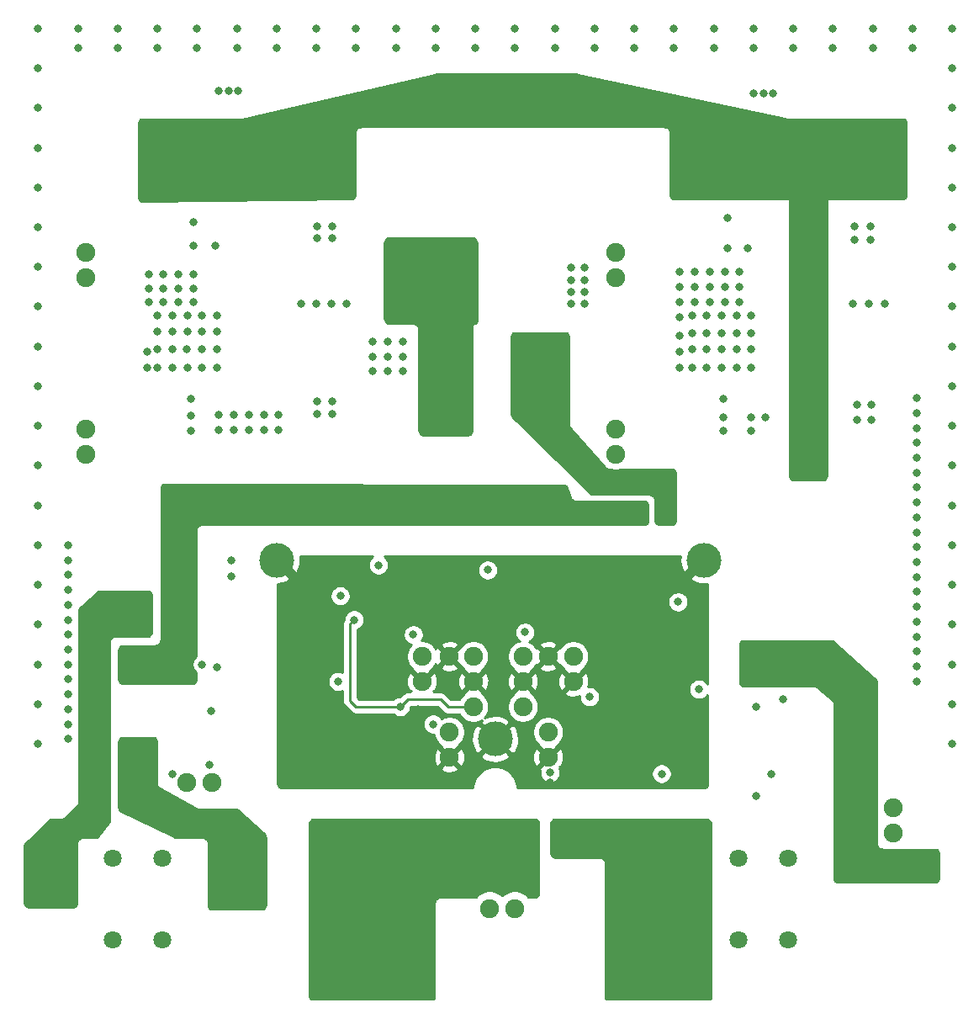
<source format=gbl>
G04 #@! TF.GenerationSoftware,KiCad,Pcbnew,5.1.7-a382d34a8~88~ubuntu20.04.1*
G04 #@! TF.CreationDate,2021-05-21T20:55:17+02:00*
G04 #@! TF.ProjectId,Power,506f7765-722e-46b6-9963-61645f706362,rev?*
G04 #@! TF.SameCoordinates,Original*
G04 #@! TF.FileFunction,Copper,L4,Bot*
G04 #@! TF.FilePolarity,Positive*
%FSLAX46Y46*%
G04 Gerber Fmt 4.6, Leading zero omitted, Abs format (unit mm)*
G04 Created by KiCad (PCBNEW 5.1.7-a382d34a8~88~ubuntu20.04.1) date 2021-05-21 20:55:17*
%MOMM*%
%LPD*%
G01*
G04 APERTURE LIST*
G04 #@! TA.AperFunction,ComponentPad*
%ADD10C,3.500000*%
G04 #@! TD*
G04 #@! TA.AperFunction,SMDPad,CuDef*
%ADD11C,1.900000*%
G04 #@! TD*
G04 #@! TA.AperFunction,ComponentPad*
%ADD12C,1.000000*%
G04 #@! TD*
G04 #@! TA.AperFunction,ComponentPad*
%ADD13C,1.803400*%
G04 #@! TD*
G04 #@! TA.AperFunction,ViaPad*
%ADD14C,0.800000*%
G04 #@! TD*
G04 #@! TA.AperFunction,Conductor*
%ADD15C,1.000000*%
G04 #@! TD*
G04 #@! TA.AperFunction,Conductor*
%ADD16C,0.250000*%
G04 #@! TD*
G04 #@! TA.AperFunction,Conductor*
%ADD17C,0.254000*%
G04 #@! TD*
G04 #@! TA.AperFunction,Conductor*
%ADD18C,0.150000*%
G04 #@! TD*
G04 APERTURE END LIST*
D10*
G04 #@! TO.P,H4,1*
G04 #@! TO.N,/DGND*
X70000000Y-97000000D03*
G04 #@! TD*
G04 #@! TO.P,H3,1*
G04 #@! TO.N,/DGND*
X113000000Y-97000000D03*
G04 #@! TD*
G04 #@! TO.P,H2,1*
G04 #@! TO.N,/DGND*
X92000000Y-115000000D03*
G04 #@! TD*
D11*
G04 #@! TO.P,J34,1*
G04 #@! TO.N,/N*
X63500000Y-119380000D03*
D12*
X63500000Y-119380000D03*
G04 #@! TD*
D11*
G04 #@! TO.P,J3,1*
G04 #@! TO.N,+5V*
X60960000Y-119380000D03*
D12*
X60960000Y-119380000D03*
G04 #@! TD*
D11*
G04 #@! TO.P,J33,1*
G04 #@! TO.N,GNDREF*
X132080000Y-121920000D03*
D12*
X132080000Y-121920000D03*
G04 #@! TD*
D11*
G04 #@! TO.P,J30,1*
G04 #@! TO.N,/VI_High*
X132080000Y-124460000D03*
D12*
X132080000Y-124460000D03*
G04 #@! TD*
D11*
G04 #@! TO.P,J27,1*
G04 #@! TO.N,/DGND*
X89800000Y-109220000D03*
D12*
X89800000Y-109220000D03*
G04 #@! TD*
D11*
G04 #@! TO.P,J15,1*
G04 #@! TO.N,/IILow1_op*
X89800000Y-106680000D03*
D12*
X89800000Y-106680000D03*
G04 #@! TD*
D11*
G04 #@! TO.P,J32,1*
G04 #@! TO.N,/Vref*
X89800000Y-111760000D03*
D12*
X89800000Y-111760000D03*
G04 #@! TD*
D11*
G04 #@! TO.P,J31,1*
G04 #@! TO.N,GNDREF*
X104140000Y-86360000D03*
D12*
X104140000Y-86360000D03*
G04 #@! TD*
D11*
G04 #@! TO.P,J29,1*
G04 #@! TO.N,/DGND*
X94780000Y-109220000D03*
D12*
X94780000Y-109220000D03*
G04 #@! TD*
D11*
G04 #@! TO.P,J28,1*
G04 #@! TO.N,+5VD*
X94780000Y-111760000D03*
D12*
X94780000Y-111760000D03*
G04 #@! TD*
D11*
G04 #@! TO.P,J26,1*
G04 #@! TO.N,GNDREF*
X91440000Y-132080000D03*
D12*
X91440000Y-132080000D03*
G04 #@! TD*
D11*
G04 #@! TO.P,J25,1*
G04 #@! TO.N,/Neutral_GND_cmd*
X93980000Y-132080000D03*
D12*
X93980000Y-132080000D03*
G04 #@! TD*
D11*
G04 #@! TO.P,J24,1*
G04 #@! TO.N,GNDREF*
X50800000Y-86360000D03*
D12*
X50800000Y-86360000D03*
G04 #@! TD*
D11*
G04 #@! TO.P,J23,1*
G04 #@! TO.N,/PWM_L2*
X50800000Y-83820000D03*
D12*
X50800000Y-83820000D03*
G04 #@! TD*
D11*
G04 #@! TO.P,J22,1*
G04 #@! TO.N,/SW_Node2*
X50800000Y-68580000D03*
D12*
X50800000Y-68580000D03*
G04 #@! TD*
D11*
G04 #@! TO.P,J21,1*
G04 #@! TO.N,/PWM_H2*
X50800000Y-66040000D03*
D12*
X50800000Y-66040000D03*
G04 #@! TD*
D11*
G04 #@! TO.P,J20,1*
G04 #@! TO.N,/DGND*
X99860000Y-109220000D03*
D12*
X99860000Y-109220000D03*
G04 #@! TD*
D11*
G04 #@! TO.P,J19,1*
G04 #@! TO.N,/DGND*
X97320000Y-106680000D03*
D12*
X97320000Y-106680000D03*
G04 #@! TD*
D11*
G04 #@! TO.P,J18,1*
G04 #@! TO.N,/DGND*
X87400000Y-106680000D03*
D12*
X87400000Y-106680000D03*
G04 #@! TD*
D11*
G04 #@! TO.P,J17,1*
G04 #@! TO.N,/IIHigh_op*
X99860000Y-106680000D03*
D12*
X99860000Y-106680000D03*
G04 #@! TD*
D11*
G04 #@! TO.P,J16,1*
G04 #@! TO.N,/IILow2_op*
X94780000Y-106680000D03*
D12*
X94780000Y-106680000D03*
G04 #@! TD*
D11*
G04 #@! TO.P,J14,1*
G04 #@! TO.N,/DGND*
X97320000Y-116840000D03*
D12*
X97320000Y-116840000D03*
G04 #@! TD*
D11*
G04 #@! TO.P,J13,1*
G04 #@! TO.N,/DGND*
X84620000Y-109220000D03*
D12*
X84620000Y-109220000D03*
G04 #@! TD*
D11*
G04 #@! TO.P,J12,1*
G04 #@! TO.N,/DGND*
X87400000Y-116840000D03*
D12*
X87400000Y-116840000D03*
G04 #@! TD*
D11*
G04 #@! TO.P,J11,1*
G04 #@! TO.N,/VIHigh_op*
X97320000Y-114300000D03*
D12*
X97320000Y-114300000D03*
G04 #@! TD*
D11*
G04 #@! TO.P,J10,1*
G04 #@! TO.N,/VILow2_op*
X84620000Y-106680000D03*
D12*
X84620000Y-106680000D03*
G04 #@! TD*
D11*
G04 #@! TO.P,J9,1*
G04 #@! TO.N,/VILow1_op*
X87400000Y-114300000D03*
D12*
X87400000Y-114300000D03*
G04 #@! TD*
D11*
G04 #@! TO.P,J8,1*
G04 #@! TO.N,/SW_Node1*
X104140000Y-68580000D03*
D12*
X104140000Y-68580000D03*
G04 #@! TD*
D11*
G04 #@! TO.P,J7,1*
G04 #@! TO.N,/PWM_L1*
X104140000Y-83820000D03*
D12*
X104140000Y-83820000D03*
G04 #@! TD*
D11*
G04 #@! TO.P,J6,1*
G04 #@! TO.N,/PWM_H1*
X104140000Y-66040000D03*
D12*
X104140000Y-66040000D03*
G04 #@! TD*
D13*
G04 #@! TO.P,J1,4*
G04 #@! TO.N,Net-(F3-Pad2)*
X58500000Y-135199999D03*
G04 #@! TO.P,J1,2*
G04 #@! TO.N,Net-(F2-Pad2)*
X53500000Y-135199999D03*
G04 #@! TO.P,J1,3*
G04 #@! TO.N,Net-(F3-Pad2)*
X58500000Y-127000000D03*
G04 #@! TO.P,J1,1*
G04 #@! TO.N,Net-(F2-Pad2)*
X53500000Y-127000000D03*
G04 #@! TD*
G04 #@! TO.P,J2,4*
G04 #@! TO.N,/N*
X81000000Y-135199999D03*
G04 #@! TO.P,J2,2*
X76000000Y-135199999D03*
G04 #@! TO.P,J2,3*
X81000000Y-127000000D03*
G04 #@! TO.P,J2,1*
X76000000Y-127000000D03*
G04 #@! TD*
G04 #@! TO.P,J4,4*
G04 #@! TO.N,/VI_High*
X121500000Y-135199999D03*
G04 #@! TO.P,J4,2*
X116500000Y-135199999D03*
G04 #@! TO.P,J4,3*
X121500000Y-127000000D03*
G04 #@! TO.P,J4,1*
X116500000Y-127000000D03*
G04 #@! TD*
G04 #@! TO.P,J5,4*
G04 #@! TO.N,GNDREF*
X111000000Y-135199999D03*
G04 #@! TO.P,J5,2*
X106000000Y-135199999D03*
G04 #@! TO.P,J5,3*
X111000000Y-127000000D03*
G04 #@! TO.P,J5,1*
X106000000Y-127000000D03*
G04 #@! TD*
D14*
G04 #@! TO.N,/N*
X88500000Y-123500000D03*
X49000000Y-115000000D03*
X59500000Y-118499996D03*
X63200000Y-117600000D03*
X49000000Y-113500000D03*
X49000000Y-112000000D03*
X49000000Y-110500000D03*
X49000000Y-109000000D03*
X49000000Y-107500000D03*
X49000000Y-106000000D03*
X49000000Y-104500000D03*
X49000000Y-103000000D03*
X49000000Y-101500000D03*
X49000000Y-100000000D03*
X49000000Y-98500000D03*
X49000000Y-97000000D03*
X49000000Y-95500000D03*
X88500000Y-125000000D03*
X88500000Y-126500000D03*
X88500000Y-128000000D03*
X88500000Y-129500000D03*
X90000000Y-123500000D03*
X91500000Y-123500000D03*
X93000000Y-123500000D03*
X94500000Y-123500000D03*
X96000000Y-123500000D03*
X87000000Y-129500000D03*
X87000000Y-128000000D03*
X87000000Y-126500000D03*
X87000000Y-125000000D03*
X87000000Y-123500000D03*
X64000000Y-107800000D03*
X65400000Y-97000000D03*
X90000000Y-129500000D03*
X90000000Y-126500000D03*
X90000000Y-128000000D03*
X90000000Y-125000000D03*
X91500000Y-126500000D03*
X91500000Y-128000000D03*
X91500000Y-125000000D03*
X91500000Y-129500000D03*
X93000000Y-128000000D03*
X93000000Y-126500000D03*
X93000000Y-125000000D03*
X93000000Y-129500000D03*
X94500000Y-128000000D03*
X94500000Y-126500000D03*
X94500000Y-125000000D03*
X94500000Y-129500000D03*
X96000000Y-128000000D03*
X96000000Y-125000000D03*
X96000000Y-129500000D03*
X96000000Y-126500000D03*
X62500000Y-107500000D03*
G04 #@! TO.N,GNDREF*
X98500000Y-123500000D03*
X64150000Y-49800000D03*
X65150000Y-49800000D03*
X66150000Y-49800000D03*
X120000000Y-50000000D03*
X119000000Y-50000000D03*
X118000000Y-50000000D03*
X118250000Y-120750000D03*
X118250000Y-111750000D03*
X134400000Y-109200000D03*
X61400000Y-80800000D03*
X61400000Y-84000000D03*
X74100000Y-81000000D03*
X75600000Y-81000000D03*
X61400000Y-82500000D03*
X64200000Y-82400000D03*
X74100000Y-82300000D03*
X75600000Y-82300000D03*
X65700000Y-82400000D03*
X67200000Y-82400000D03*
X68700000Y-82400000D03*
X70200000Y-82400000D03*
X64200000Y-83900000D03*
X65700000Y-83900000D03*
X67200000Y-83900000D03*
X68700000Y-83900000D03*
X70200000Y-83900000D03*
X129900000Y-81400000D03*
X128400000Y-81400000D03*
X119200000Y-82600000D03*
X128400000Y-82900000D03*
X129900000Y-82900000D03*
X115000000Y-80800000D03*
X115000000Y-82600000D03*
X117800000Y-82600000D03*
X117800000Y-84000000D03*
X115000000Y-84000000D03*
X134400000Y-107700000D03*
X134400000Y-106200000D03*
X134400000Y-104700000D03*
X134400000Y-103200000D03*
X134400000Y-101700000D03*
X134400000Y-100200000D03*
X134400000Y-98700000D03*
X134400000Y-97200000D03*
X134400000Y-95700000D03*
X134400000Y-94200000D03*
X134400000Y-92700000D03*
X134400000Y-91200000D03*
X134400000Y-89700000D03*
X134400000Y-88200000D03*
X134400000Y-86700000D03*
X134400000Y-85200000D03*
X134400000Y-83700000D03*
X134400000Y-82200000D03*
X134400000Y-80700000D03*
X100000000Y-123500000D03*
X101500000Y-123500000D03*
X101500000Y-125000000D03*
X98500000Y-126500000D03*
X101500000Y-126500000D03*
X100000000Y-126500000D03*
X121000000Y-111000000D03*
G04 #@! TO.N,/V_Out*
X67200000Y-53200000D03*
X121800000Y-53200000D03*
X122200000Y-85400000D03*
X68700000Y-53200000D03*
X70200000Y-53200000D03*
X67200000Y-54700000D03*
X68700000Y-54700000D03*
X70200000Y-54700000D03*
X67200000Y-56200000D03*
X68700000Y-56200000D03*
X70200000Y-56200000D03*
X123300000Y-53200000D03*
X124800000Y-53200000D03*
X121800000Y-54700000D03*
X123300000Y-54700000D03*
X124800000Y-54700000D03*
X121800000Y-56200000D03*
X123300000Y-56200000D03*
X124800000Y-56200000D03*
X123700000Y-85400000D03*
X122200000Y-86900000D03*
X123700000Y-86900000D03*
X122200000Y-88400000D03*
X123700000Y-88400000D03*
X110600000Y-54500000D03*
X110600000Y-56000000D03*
X110600000Y-57600000D03*
X110600000Y-59200000D03*
X132600000Y-53200000D03*
X132800000Y-59800000D03*
X126400000Y-53200000D03*
X64000000Y-55400000D03*
X64000000Y-57000000D03*
X64000000Y-60200000D03*
X56600000Y-53600000D03*
X56600000Y-60200000D03*
X63000000Y-53600000D03*
X112000000Y-53600000D03*
X116800000Y-53600000D03*
X56600000Y-58600000D03*
X61800000Y-53600000D03*
X64000000Y-58600000D03*
X112100000Y-56000000D03*
X112100000Y-57600000D03*
X112100000Y-59200000D03*
X113600000Y-57600000D03*
X113600000Y-59200000D03*
X113600000Y-56000000D03*
X115100000Y-56000000D03*
X115100000Y-57600000D03*
X115100000Y-59200000D03*
X116600000Y-57600000D03*
X116600000Y-56000000D03*
X116600000Y-59200000D03*
X62500000Y-58600000D03*
X62500000Y-57000000D03*
X62500000Y-60200000D03*
X61000000Y-58600000D03*
X61000000Y-57000000D03*
X61000000Y-60200000D03*
X59500000Y-60200000D03*
X59500000Y-58600000D03*
X59500000Y-57000000D03*
X58000000Y-58600000D03*
X58000000Y-57000000D03*
X58000000Y-60200000D03*
X62500000Y-55400000D03*
X61000000Y-55400000D03*
X59500000Y-55400000D03*
X58000000Y-55400000D03*
X112000000Y-54500000D03*
X113500000Y-54500000D03*
X115000000Y-54500000D03*
X116500000Y-54500000D03*
G04 #@! TO.N,Net-(L1-Pad1)*
X85600000Y-81000000D03*
X82000000Y-65200000D03*
X83500000Y-65200000D03*
X85000000Y-65200000D03*
X86500000Y-65200000D03*
X88000000Y-65200000D03*
X82000000Y-66700000D03*
X83500000Y-66700000D03*
X85000000Y-66700000D03*
X86500000Y-66700000D03*
X88000000Y-66700000D03*
X82000000Y-68200000D03*
X83500000Y-68200000D03*
X82000000Y-69700000D03*
X83500000Y-69700000D03*
X82000000Y-71200000D03*
X83500000Y-71200000D03*
X87100000Y-81000000D03*
X88600000Y-81000000D03*
X85600000Y-82500000D03*
X87100000Y-82500000D03*
X88600000Y-82500000D03*
X85600000Y-84000000D03*
X87100000Y-84000000D03*
X88600000Y-84000000D03*
G04 #@! TO.N,Net-(L2-Pad1)*
X98750000Y-79000000D03*
X94250000Y-79000000D03*
X108500000Y-91000000D03*
X109750000Y-91000000D03*
X109750000Y-89750000D03*
X108500000Y-89750000D03*
X109750000Y-88500000D03*
X108500000Y-88500000D03*
X94250000Y-80250000D03*
X95750000Y-80250000D03*
X97250000Y-80250000D03*
X98750000Y-80250000D03*
G04 #@! TO.N,/SW_Node1*
X117800000Y-77600000D03*
X117800000Y-74200000D03*
X117800000Y-72400000D03*
X110600000Y-68000000D03*
X112100000Y-68000000D03*
X113600000Y-68000000D03*
X115100000Y-68000000D03*
X116600000Y-68000000D03*
X110600000Y-69500000D03*
X112100000Y-69500000D03*
X113600000Y-69500000D03*
X115100000Y-69500000D03*
X116600000Y-69500000D03*
X110600000Y-71000000D03*
X112100000Y-71000000D03*
X113600000Y-71000000D03*
X115100000Y-71000000D03*
X116600000Y-71000000D03*
X99600000Y-67600000D03*
X99600000Y-68800000D03*
X99600000Y-70000000D03*
X99600000Y-71200000D03*
X101000000Y-71200000D03*
X101000000Y-70000000D03*
X101000000Y-68800000D03*
X101000000Y-67600000D03*
X128200000Y-63400000D03*
X129800000Y-63400000D03*
X129800000Y-64800000D03*
X128200000Y-64800000D03*
X128000000Y-71200000D03*
X129600000Y-71200000D03*
X131200000Y-71200000D03*
X110600000Y-72600000D03*
X110600000Y-74400000D03*
X110600000Y-76000000D03*
X110600000Y-77600000D03*
X115400000Y-65600000D03*
X117400000Y-65600000D03*
X115400000Y-62600000D03*
X117800000Y-75800000D03*
X116300000Y-75800000D03*
X116300000Y-74200000D03*
X116300000Y-72400000D03*
X116300000Y-77600000D03*
X114800000Y-74200000D03*
X114800000Y-77600000D03*
X114800000Y-72400000D03*
X114800000Y-75800000D03*
X113300000Y-72400000D03*
X113300000Y-75800000D03*
X113300000Y-77600000D03*
X113300000Y-74200000D03*
X111800000Y-74200000D03*
X111800000Y-77600000D03*
X111800000Y-72400000D03*
X111800000Y-75800000D03*
G04 #@! TO.N,/SW_Node2*
X57100000Y-68200000D03*
X61600000Y-65400000D03*
X58600000Y-68200000D03*
X60100000Y-68200000D03*
X61600000Y-68200000D03*
X57100000Y-69700000D03*
X58600000Y-69700000D03*
X60100000Y-69700000D03*
X61600000Y-69700000D03*
X57100000Y-71000000D03*
X58600000Y-71000000D03*
X60100000Y-71000000D03*
X61600000Y-71000000D03*
X81200000Y-75000000D03*
X82700000Y-78000000D03*
X81200000Y-76500000D03*
X79700000Y-76500000D03*
X82700000Y-76500000D03*
X82700000Y-75000000D03*
X79700000Y-75000000D03*
X81200000Y-78000000D03*
X79700000Y-78000000D03*
X75600000Y-63400000D03*
X75500000Y-71200000D03*
X74100000Y-63400000D03*
X74000000Y-71200000D03*
X72500000Y-71200000D03*
X74100000Y-64600000D03*
X75600000Y-64600000D03*
X77000000Y-71200000D03*
X57000000Y-76000000D03*
X57000000Y-77600000D03*
X64000000Y-77600000D03*
X63990000Y-75810000D03*
X64000000Y-74000000D03*
X63800000Y-65400000D03*
X64000000Y-72400000D03*
X61600000Y-63000000D03*
X62500000Y-74000000D03*
X62490000Y-75810000D03*
X62500000Y-77600000D03*
X62500000Y-72400000D03*
X61000000Y-74000000D03*
X61000000Y-72400000D03*
X61000000Y-77600000D03*
X60990000Y-75810000D03*
X59490000Y-75810000D03*
X59500000Y-74000000D03*
X59500000Y-77600000D03*
X59500000Y-72400000D03*
X57990000Y-75810000D03*
X58000000Y-74000000D03*
X58000000Y-72400000D03*
X58000000Y-77600000D03*
G04 #@! TO.N,/DGND*
X87250000Y-97000000D03*
X75250000Y-108250000D03*
X78500000Y-110750000D03*
X75050000Y-119250000D03*
X104750000Y-118500000D03*
X109500000Y-108500000D03*
X105250000Y-101500000D03*
X106095000Y-112595000D03*
X104750000Y-112000000D03*
X105000000Y-103750000D03*
X101750000Y-98000000D03*
X100750000Y-103250000D03*
X96950000Y-104200000D03*
X83900000Y-98900000D03*
X83849998Y-102899998D03*
X97497624Y-119377362D03*
X84250000Y-112000000D03*
X81250000Y-101625000D03*
X109000000Y-110000000D03*
X108400000Y-102600000D03*
X112400000Y-101200000D03*
X75270000Y-104504990D03*
X72000000Y-99600000D03*
X80200000Y-99800000D03*
G04 #@! TO.N,+5VD*
X91250000Y-98000000D03*
X76200000Y-109200000D03*
X108750000Y-118500000D03*
X112500000Y-110000000D03*
X101500000Y-110750000D03*
X95000000Y-104250000D03*
X97516282Y-118377534D03*
X85750000Y-113500000D03*
X80250000Y-97500000D03*
X83750000Y-104500000D03*
X110400000Y-101200000D03*
X76399994Y-100600000D03*
G04 #@! TO.N,Net-(HS1-Pad1)*
X138000000Y-115500000D03*
X138000000Y-111500000D03*
X138000000Y-107500000D03*
X138000000Y-103500000D03*
X138000000Y-99500000D03*
X138000000Y-95500000D03*
X138000000Y-91500000D03*
X138000000Y-87500000D03*
X138000000Y-83500000D03*
X138000000Y-79500000D03*
X138000000Y-75500000D03*
X138000000Y-71500000D03*
X138000000Y-67500000D03*
X138000000Y-63500000D03*
X138000000Y-59500000D03*
X138000000Y-55500000D03*
X138000000Y-51500000D03*
X138000000Y-47500000D03*
X138000000Y-43500000D03*
X134000000Y-43500000D03*
X130000000Y-43500000D03*
X126000000Y-43500000D03*
X122000000Y-43500000D03*
X118000000Y-43500000D03*
X114000000Y-43500000D03*
X110000000Y-43500000D03*
X106000000Y-43500000D03*
X102000000Y-43500000D03*
X98000000Y-43500000D03*
X94000000Y-43500000D03*
X90000000Y-43500000D03*
X86000000Y-43500000D03*
X82000000Y-43500000D03*
X78000000Y-43500000D03*
X74000000Y-43500000D03*
X70000000Y-43500000D03*
X66000000Y-43500000D03*
X62000000Y-43500000D03*
X58000000Y-43500000D03*
X54000000Y-43500000D03*
X50000000Y-43500000D03*
X46000000Y-43500000D03*
X46000000Y-47500000D03*
X46000000Y-51500000D03*
X46000000Y-55500000D03*
X46000000Y-59500000D03*
X46000000Y-63500000D03*
X46000000Y-67500000D03*
X46000000Y-71500000D03*
X46000000Y-75500000D03*
X46000000Y-79500000D03*
X46000000Y-83500000D03*
X46000000Y-87500000D03*
X46000000Y-91500000D03*
X46000000Y-95500000D03*
X46000000Y-99500000D03*
X46000000Y-103500000D03*
X46000000Y-107500000D03*
X46000000Y-111500000D03*
X46000000Y-115500000D03*
X122000000Y-45500000D03*
X98000000Y-45500000D03*
X58000000Y-45500000D03*
X54000000Y-45500000D03*
X110000000Y-45500000D03*
X102000000Y-45500000D03*
X126000000Y-45500000D03*
X50000000Y-45500000D03*
X70000000Y-45500000D03*
X134000000Y-45500000D03*
X130000000Y-45500000D03*
X118000000Y-45500000D03*
X114000000Y-45500000D03*
X106000000Y-45500000D03*
X94000000Y-45500000D03*
X90000000Y-45500000D03*
X66000000Y-45500000D03*
X62000000Y-45500000D03*
X78000000Y-45500000D03*
X74000000Y-45500000D03*
X86000000Y-45500000D03*
X82000000Y-45500000D03*
G04 #@! TO.N,+5V*
X65400000Y-98600000D03*
X63400000Y-112200000D03*
G04 #@! TO.N,/Vref*
X77800000Y-103000000D03*
X82450000Y-111750000D03*
G04 #@! TO.N,/VI_LOW1*
X49000000Y-126500000D03*
X57000000Y-101000000D03*
X55500000Y-101000000D03*
X55500000Y-102500000D03*
X57000000Y-102500000D03*
X57000000Y-104000000D03*
X55500000Y-104000000D03*
X47000000Y-126500000D03*
X45000000Y-126500000D03*
X45000000Y-128500000D03*
X45000000Y-130500000D03*
G04 #@! TO.N,/VI_LOW2*
X64000000Y-126250000D03*
X66000000Y-126250000D03*
X68250000Y-126250000D03*
X64000000Y-128250000D03*
X64000000Y-130250000D03*
X57500000Y-115500000D03*
X56000000Y-115500000D03*
X56000000Y-117250000D03*
X57500000Y-117250000D03*
X57500000Y-118750000D03*
X56000000Y-118750000D03*
X60250000Y-100900000D03*
X55500000Y-106000000D03*
X101000000Y-91550000D03*
X102500000Y-91550000D03*
X104000000Y-91550000D03*
X101000000Y-93050000D03*
X102500000Y-93050000D03*
X104000000Y-93050000D03*
X57000000Y-106000000D03*
X57000000Y-107500000D03*
X55500000Y-107500000D03*
X55500000Y-109000000D03*
X57000000Y-109000000D03*
G04 #@! TO.N,+5P*
X119750000Y-118500000D03*
G04 #@! TO.N,Net-(F1-Pad2)*
X128500000Y-128000000D03*
X130000000Y-128000000D03*
X131500000Y-128000000D03*
X134500000Y-128000000D03*
X136000000Y-128000000D03*
X120000000Y-105800000D03*
X120000000Y-107000000D03*
X120000000Y-108200000D03*
X120000000Y-109400000D03*
X118600000Y-109400000D03*
X117200000Y-109400000D03*
X117200000Y-108200000D03*
X118600000Y-108200000D03*
X133000000Y-128000000D03*
X136000000Y-126500000D03*
X128500000Y-126500000D03*
X133000000Y-126500000D03*
X130000000Y-126500000D03*
X134500000Y-126500000D03*
X131500000Y-126500000D03*
G04 #@! TD*
D15*
G04 #@! TO.N,/DGND*
X113000000Y-97000000D02*
X111000000Y-99000000D01*
X70000000Y-97000000D02*
X72000000Y-99000000D01*
D16*
G04 #@! TO.N,/Vref*
X89800000Y-111760000D02*
X89290000Y-111250000D01*
X89800000Y-111760000D02*
X87260000Y-111760000D01*
X87260000Y-111760000D02*
X86500000Y-111000000D01*
X83200000Y-111000000D02*
X82450000Y-111750000D01*
X86500000Y-111000000D02*
X83200000Y-111000000D01*
X77400001Y-111150001D02*
X77400001Y-103399999D01*
X78000000Y-111750000D02*
X77400001Y-111150001D01*
X77400001Y-103399999D02*
X77800000Y-103000000D01*
X82450000Y-111750000D02*
X78000000Y-111750000D01*
G04 #@! TD*
D17*
G04 #@! TO.N,/V_Out*
X100281741Y-48136685D02*
X121171596Y-52613082D01*
X121184826Y-52615194D01*
X121289590Y-52626293D01*
X121302970Y-52627000D01*
X132991672Y-52627000D01*
X133096257Y-52640769D01*
X133185955Y-52677923D01*
X133262976Y-52737024D01*
X133322077Y-52814045D01*
X133359231Y-52903743D01*
X133373000Y-53008328D01*
X133373000Y-60241672D01*
X133359231Y-60346257D01*
X133322077Y-60435955D01*
X133262976Y-60512976D01*
X133185955Y-60572077D01*
X133096257Y-60609231D01*
X132991672Y-60623000D01*
X110008328Y-60623000D01*
X109903743Y-60609231D01*
X109814045Y-60572077D01*
X109737024Y-60512976D01*
X109677923Y-60435955D01*
X109640769Y-60346257D01*
X109627000Y-60241672D01*
X109627000Y-54000000D01*
X109625914Y-53983423D01*
X109608877Y-53854013D01*
X109600296Y-53821989D01*
X109550346Y-53701399D01*
X109533768Y-53672687D01*
X109454308Y-53569134D01*
X109430866Y-53545692D01*
X109327313Y-53466232D01*
X109298601Y-53449654D01*
X109178011Y-53399704D01*
X109145987Y-53391123D01*
X109016577Y-53374086D01*
X109000000Y-53373000D01*
X78500000Y-53373000D01*
X78483423Y-53374086D01*
X78354013Y-53391123D01*
X78321989Y-53399704D01*
X78201399Y-53449654D01*
X78172687Y-53466232D01*
X78069134Y-53545692D01*
X78045692Y-53569134D01*
X77966232Y-53672687D01*
X77949654Y-53701399D01*
X77899704Y-53821989D01*
X77891123Y-53854013D01*
X77874086Y-53983423D01*
X77873000Y-54000000D01*
X77873000Y-60247387D01*
X77859429Y-60351227D01*
X77822794Y-60440390D01*
X77764477Y-60517138D01*
X77688394Y-60576324D01*
X77599659Y-60613968D01*
X77495976Y-60628719D01*
X56512617Y-60867167D01*
X56407157Y-60854399D01*
X56316499Y-60817749D01*
X56238535Y-60758741D01*
X56178641Y-60681447D01*
X56140967Y-60591219D01*
X56127000Y-60485900D01*
X56127000Y-53008328D01*
X56140769Y-52903743D01*
X56177923Y-52814045D01*
X56237024Y-52737024D01*
X56314045Y-52677923D01*
X56403743Y-52640769D01*
X56508328Y-52627000D01*
X66692336Y-52627000D01*
X66706886Y-52626164D01*
X66820700Y-52613038D01*
X66835059Y-52610540D01*
X85965650Y-48138454D01*
X86064965Y-48127000D01*
X100190323Y-48127000D01*
X100281741Y-48136685D01*
G04 #@! TA.AperFunction,Conductor*
D18*
G36*
X100281741Y-48136685D02*
G01*
X121171596Y-52613082D01*
X121184826Y-52615194D01*
X121289590Y-52626293D01*
X121302970Y-52627000D01*
X132991672Y-52627000D01*
X133096257Y-52640769D01*
X133185955Y-52677923D01*
X133262976Y-52737024D01*
X133322077Y-52814045D01*
X133359231Y-52903743D01*
X133373000Y-53008328D01*
X133373000Y-60241672D01*
X133359231Y-60346257D01*
X133322077Y-60435955D01*
X133262976Y-60512976D01*
X133185955Y-60572077D01*
X133096257Y-60609231D01*
X132991672Y-60623000D01*
X110008328Y-60623000D01*
X109903743Y-60609231D01*
X109814045Y-60572077D01*
X109737024Y-60512976D01*
X109677923Y-60435955D01*
X109640769Y-60346257D01*
X109627000Y-60241672D01*
X109627000Y-54000000D01*
X109625914Y-53983423D01*
X109608877Y-53854013D01*
X109600296Y-53821989D01*
X109550346Y-53701399D01*
X109533768Y-53672687D01*
X109454308Y-53569134D01*
X109430866Y-53545692D01*
X109327313Y-53466232D01*
X109298601Y-53449654D01*
X109178011Y-53399704D01*
X109145987Y-53391123D01*
X109016577Y-53374086D01*
X109000000Y-53373000D01*
X78500000Y-53373000D01*
X78483423Y-53374086D01*
X78354013Y-53391123D01*
X78321989Y-53399704D01*
X78201399Y-53449654D01*
X78172687Y-53466232D01*
X78069134Y-53545692D01*
X78045692Y-53569134D01*
X77966232Y-53672687D01*
X77949654Y-53701399D01*
X77899704Y-53821989D01*
X77891123Y-53854013D01*
X77874086Y-53983423D01*
X77873000Y-54000000D01*
X77873000Y-60247387D01*
X77859429Y-60351227D01*
X77822794Y-60440390D01*
X77764477Y-60517138D01*
X77688394Y-60576324D01*
X77599659Y-60613968D01*
X77495976Y-60628719D01*
X56512617Y-60867167D01*
X56407157Y-60854399D01*
X56316499Y-60817749D01*
X56238535Y-60758741D01*
X56178641Y-60681447D01*
X56140967Y-60591219D01*
X56127000Y-60485900D01*
X56127000Y-53008328D01*
X56140769Y-52903743D01*
X56177923Y-52814045D01*
X56237024Y-52737024D01*
X56314045Y-52677923D01*
X56403743Y-52640769D01*
X56508328Y-52627000D01*
X66692336Y-52627000D01*
X66706886Y-52626164D01*
X66820700Y-52613038D01*
X66835059Y-52610540D01*
X85965650Y-48138454D01*
X86064965Y-48127000D01*
X100190323Y-48127000D01*
X100281741Y-48136685D01*
G37*
G04 #@! TD.AperFunction*
G04 #@! TD*
D17*
G04 #@! TO.N,/V_Out*
X125096257Y-60140769D02*
X125185955Y-60177923D01*
X125262976Y-60237024D01*
X125322077Y-60314045D01*
X125359231Y-60403743D01*
X125373000Y-60508328D01*
X125373000Y-88491672D01*
X125359231Y-88596257D01*
X125322077Y-88685955D01*
X125262976Y-88762976D01*
X125185955Y-88822077D01*
X125096257Y-88859231D01*
X124991672Y-88873000D01*
X122008328Y-88873000D01*
X121903743Y-88859231D01*
X121814045Y-88822077D01*
X121737024Y-88762976D01*
X121677923Y-88685955D01*
X121640769Y-88596257D01*
X121627000Y-88491672D01*
X121627000Y-60508328D01*
X121640769Y-60403743D01*
X121677923Y-60314045D01*
X121737024Y-60237024D01*
X121814045Y-60177923D01*
X121903743Y-60140769D01*
X122008328Y-60127000D01*
X124991672Y-60127000D01*
X125096257Y-60140769D01*
G04 #@! TA.AperFunction,Conductor*
D18*
G36*
X125096257Y-60140769D02*
G01*
X125185955Y-60177923D01*
X125262976Y-60237024D01*
X125322077Y-60314045D01*
X125359231Y-60403743D01*
X125373000Y-60508328D01*
X125373000Y-88491672D01*
X125359231Y-88596257D01*
X125322077Y-88685955D01*
X125262976Y-88762976D01*
X125185955Y-88822077D01*
X125096257Y-88859231D01*
X124991672Y-88873000D01*
X122008328Y-88873000D01*
X121903743Y-88859231D01*
X121814045Y-88822077D01*
X121737024Y-88762976D01*
X121677923Y-88685955D01*
X121640769Y-88596257D01*
X121627000Y-88491672D01*
X121627000Y-60508328D01*
X121640769Y-60403743D01*
X121677923Y-60314045D01*
X121737024Y-60237024D01*
X121814045Y-60177923D01*
X121903743Y-60140769D01*
X122008328Y-60127000D01*
X124991672Y-60127000D01*
X125096257Y-60140769D01*
G37*
G04 #@! TD.AperFunction*
G04 #@! TD*
D17*
G04 #@! TO.N,Net-(F1-Pad2)*
X125899141Y-105138798D02*
X125983171Y-105170746D01*
X126063464Y-105226332D01*
X130241117Y-108939801D01*
X130314405Y-109026204D01*
X130357113Y-109121308D01*
X130373000Y-109233481D01*
X130373000Y-125500000D01*
X130374086Y-125516577D01*
X130391123Y-125645987D01*
X130399704Y-125678011D01*
X130449654Y-125798601D01*
X130466232Y-125827313D01*
X130545692Y-125930866D01*
X130569134Y-125954308D01*
X130672687Y-126033768D01*
X130701399Y-126050346D01*
X130821989Y-126100296D01*
X130854013Y-126108877D01*
X130983423Y-126125914D01*
X131000000Y-126127000D01*
X136241672Y-126127000D01*
X136346257Y-126140769D01*
X136435955Y-126177923D01*
X136512976Y-126237024D01*
X136572077Y-126314045D01*
X136609231Y-126403743D01*
X136623000Y-126508328D01*
X136623000Y-128991672D01*
X136609231Y-129096257D01*
X136572077Y-129185955D01*
X136512976Y-129262976D01*
X136435955Y-129322077D01*
X136346257Y-129359231D01*
X136241672Y-129373000D01*
X126508328Y-129373000D01*
X126403743Y-129359231D01*
X126314045Y-129322077D01*
X126237024Y-129262976D01*
X126177923Y-129185955D01*
X126140769Y-129096257D01*
X126127000Y-128991672D01*
X126127000Y-111479967D01*
X126125691Y-111461780D01*
X126105184Y-111320055D01*
X126094874Y-111285175D01*
X126035037Y-111155075D01*
X126015263Y-111124546D01*
X125921003Y-111016743D01*
X125908046Y-111003913D01*
X124473084Y-109773946D01*
X124461147Y-109764879D01*
X124363271Y-109699272D01*
X124336620Y-109685654D01*
X124226109Y-109644773D01*
X124197012Y-109637769D01*
X124080003Y-109623885D01*
X124065038Y-109623000D01*
X117008328Y-109623000D01*
X116903743Y-109609231D01*
X116814045Y-109572077D01*
X116737024Y-109512976D01*
X116677923Y-109435955D01*
X116640769Y-109346257D01*
X116627000Y-109241672D01*
X116627000Y-105508328D01*
X116640769Y-105403743D01*
X116677923Y-105314045D01*
X116737024Y-105237024D01*
X116814045Y-105177923D01*
X116903743Y-105140769D01*
X117008328Y-105127000D01*
X125802199Y-105127000D01*
X125899141Y-105138798D01*
G04 #@! TA.AperFunction,Conductor*
D18*
G36*
X125899141Y-105138798D02*
G01*
X125983171Y-105170746D01*
X126063464Y-105226332D01*
X130241117Y-108939801D01*
X130314405Y-109026204D01*
X130357113Y-109121308D01*
X130373000Y-109233481D01*
X130373000Y-125500000D01*
X130374086Y-125516577D01*
X130391123Y-125645987D01*
X130399704Y-125678011D01*
X130449654Y-125798601D01*
X130466232Y-125827313D01*
X130545692Y-125930866D01*
X130569134Y-125954308D01*
X130672687Y-126033768D01*
X130701399Y-126050346D01*
X130821989Y-126100296D01*
X130854013Y-126108877D01*
X130983423Y-126125914D01*
X131000000Y-126127000D01*
X136241672Y-126127000D01*
X136346257Y-126140769D01*
X136435955Y-126177923D01*
X136512976Y-126237024D01*
X136572077Y-126314045D01*
X136609231Y-126403743D01*
X136623000Y-126508328D01*
X136623000Y-128991672D01*
X136609231Y-129096257D01*
X136572077Y-129185955D01*
X136512976Y-129262976D01*
X136435955Y-129322077D01*
X136346257Y-129359231D01*
X136241672Y-129373000D01*
X126508328Y-129373000D01*
X126403743Y-129359231D01*
X126314045Y-129322077D01*
X126237024Y-129262976D01*
X126177923Y-129185955D01*
X126140769Y-129096257D01*
X126127000Y-128991672D01*
X126127000Y-111479967D01*
X126125691Y-111461780D01*
X126105184Y-111320055D01*
X126094874Y-111285175D01*
X126035037Y-111155075D01*
X126015263Y-111124546D01*
X125921003Y-111016743D01*
X125908046Y-111003913D01*
X124473084Y-109773946D01*
X124461147Y-109764879D01*
X124363271Y-109699272D01*
X124336620Y-109685654D01*
X124226109Y-109644773D01*
X124197012Y-109637769D01*
X124080003Y-109623885D01*
X124065038Y-109623000D01*
X117008328Y-109623000D01*
X116903743Y-109609231D01*
X116814045Y-109572077D01*
X116737024Y-109512976D01*
X116677923Y-109435955D01*
X116640769Y-109346257D01*
X116627000Y-109241672D01*
X116627000Y-105508328D01*
X116640769Y-105403743D01*
X116677923Y-105314045D01*
X116737024Y-105237024D01*
X116814045Y-105177923D01*
X116903743Y-105140769D01*
X117008328Y-105127000D01*
X125802199Y-105127000D01*
X125899141Y-105138798D01*
G37*
G04 #@! TD.AperFunction*
G04 #@! TD*
D17*
G04 #@! TO.N,/VI_LOW1*
X57096257Y-100140769D02*
X57185955Y-100177923D01*
X57262976Y-100237024D01*
X57322077Y-100314045D01*
X57359231Y-100403743D01*
X57373000Y-100508328D01*
X57373000Y-104241672D01*
X57359231Y-104346257D01*
X57322077Y-104435955D01*
X57262976Y-104512976D01*
X57185955Y-104572077D01*
X57096257Y-104609231D01*
X56991672Y-104623000D01*
X53750000Y-104623000D01*
X53733423Y-104624086D01*
X53604013Y-104641123D01*
X53571989Y-104649704D01*
X53451399Y-104699654D01*
X53422687Y-104716232D01*
X53319134Y-104795692D01*
X53295692Y-104819134D01*
X53216232Y-104922687D01*
X53199654Y-104951399D01*
X53149704Y-105071989D01*
X53141123Y-105104013D01*
X53124086Y-105233423D01*
X53123000Y-105250000D01*
X53123000Y-123307920D01*
X53098898Y-123445294D01*
X53029469Y-123566258D01*
X52058307Y-124731652D01*
X51970731Y-124810032D01*
X51872801Y-124855900D01*
X51756522Y-124873000D01*
X50500000Y-124873000D01*
X50483423Y-124874086D01*
X50354013Y-124891123D01*
X50321989Y-124899704D01*
X50201399Y-124949654D01*
X50172687Y-124966232D01*
X50069134Y-125045692D01*
X50045692Y-125069134D01*
X49966232Y-125172687D01*
X49949654Y-125201399D01*
X49899704Y-125321989D01*
X49891123Y-125354013D01*
X49874086Y-125483423D01*
X49873000Y-125500000D01*
X49873000Y-131491672D01*
X49859231Y-131596257D01*
X49822077Y-131685955D01*
X49762976Y-131762976D01*
X49685955Y-131822077D01*
X49596257Y-131859231D01*
X49491672Y-131873000D01*
X45008328Y-131873000D01*
X44903743Y-131859231D01*
X44814045Y-131822077D01*
X44737024Y-131762976D01*
X44677923Y-131685955D01*
X44640769Y-131596257D01*
X44627000Y-131491672D01*
X44627000Y-125722868D01*
X44641630Y-125615132D01*
X44681046Y-125523162D01*
X44748977Y-125438261D01*
X47061918Y-123235459D01*
X47144276Y-123174882D01*
X47231650Y-123139932D01*
X47333066Y-123127000D01*
X48292893Y-123127000D01*
X48309470Y-123125914D01*
X48438880Y-123108877D01*
X48470904Y-123100296D01*
X48591494Y-123050346D01*
X48620206Y-123033769D01*
X48723760Y-122954309D01*
X48736250Y-122943356D01*
X49943356Y-121736250D01*
X49954309Y-121723760D01*
X50033769Y-121620206D01*
X50050346Y-121591494D01*
X50100296Y-121470904D01*
X50108877Y-121438880D01*
X50125914Y-121309470D01*
X50127000Y-121292893D01*
X50127000Y-102042995D01*
X50142530Y-101932062D01*
X50184305Y-101837825D01*
X50256079Y-101751821D01*
X51936599Y-100228850D01*
X52017489Y-100171886D01*
X52102464Y-100139110D01*
X52200657Y-100127000D01*
X56991672Y-100127000D01*
X57096257Y-100140769D01*
G04 #@! TA.AperFunction,Conductor*
D18*
G36*
X57096257Y-100140769D02*
G01*
X57185955Y-100177923D01*
X57262976Y-100237024D01*
X57322077Y-100314045D01*
X57359231Y-100403743D01*
X57373000Y-100508328D01*
X57373000Y-104241672D01*
X57359231Y-104346257D01*
X57322077Y-104435955D01*
X57262976Y-104512976D01*
X57185955Y-104572077D01*
X57096257Y-104609231D01*
X56991672Y-104623000D01*
X53750000Y-104623000D01*
X53733423Y-104624086D01*
X53604013Y-104641123D01*
X53571989Y-104649704D01*
X53451399Y-104699654D01*
X53422687Y-104716232D01*
X53319134Y-104795692D01*
X53295692Y-104819134D01*
X53216232Y-104922687D01*
X53199654Y-104951399D01*
X53149704Y-105071989D01*
X53141123Y-105104013D01*
X53124086Y-105233423D01*
X53123000Y-105250000D01*
X53123000Y-123307920D01*
X53098898Y-123445294D01*
X53029469Y-123566258D01*
X52058307Y-124731652D01*
X51970731Y-124810032D01*
X51872801Y-124855900D01*
X51756522Y-124873000D01*
X50500000Y-124873000D01*
X50483423Y-124874086D01*
X50354013Y-124891123D01*
X50321989Y-124899704D01*
X50201399Y-124949654D01*
X50172687Y-124966232D01*
X50069134Y-125045692D01*
X50045692Y-125069134D01*
X49966232Y-125172687D01*
X49949654Y-125201399D01*
X49899704Y-125321989D01*
X49891123Y-125354013D01*
X49874086Y-125483423D01*
X49873000Y-125500000D01*
X49873000Y-131491672D01*
X49859231Y-131596257D01*
X49822077Y-131685955D01*
X49762976Y-131762976D01*
X49685955Y-131822077D01*
X49596257Y-131859231D01*
X49491672Y-131873000D01*
X45008328Y-131873000D01*
X44903743Y-131859231D01*
X44814045Y-131822077D01*
X44737024Y-131762976D01*
X44677923Y-131685955D01*
X44640769Y-131596257D01*
X44627000Y-131491672D01*
X44627000Y-125722868D01*
X44641630Y-125615132D01*
X44681046Y-125523162D01*
X44748977Y-125438261D01*
X47061918Y-123235459D01*
X47144276Y-123174882D01*
X47231650Y-123139932D01*
X47333066Y-123127000D01*
X48292893Y-123127000D01*
X48309470Y-123125914D01*
X48438880Y-123108877D01*
X48470904Y-123100296D01*
X48591494Y-123050346D01*
X48620206Y-123033769D01*
X48723760Y-122954309D01*
X48736250Y-122943356D01*
X49943356Y-121736250D01*
X49954309Y-121723760D01*
X50033769Y-121620206D01*
X50050346Y-121591494D01*
X50100296Y-121470904D01*
X50108877Y-121438880D01*
X50125914Y-121309470D01*
X50127000Y-121292893D01*
X50127000Y-102042995D01*
X50142530Y-101932062D01*
X50184305Y-101837825D01*
X50256079Y-101751821D01*
X51936599Y-100228850D01*
X52017489Y-100171886D01*
X52102464Y-100139110D01*
X52200657Y-100127000D01*
X56991672Y-100127000D01*
X57096257Y-100140769D01*
G37*
G04 #@! TD.AperFunction*
G04 #@! TD*
D17*
G04 #@! TO.N,/VI_LOW2*
X98870103Y-89483329D02*
X98996348Y-89503923D01*
X99100725Y-89558247D01*
X99182866Y-89642495D01*
X99239032Y-89757427D01*
X99520623Y-90682552D01*
X99526313Y-90697705D01*
X99578526Y-90813687D01*
X99595428Y-90841221D01*
X99675218Y-90940276D01*
X99698519Y-90962653D01*
X99800720Y-91038371D01*
X99828915Y-91054146D01*
X99946914Y-91101626D01*
X99978177Y-91109776D01*
X100104339Y-91125946D01*
X100120492Y-91126976D01*
X106991655Y-91126526D01*
X107096235Y-91140287D01*
X107185937Y-91177438D01*
X107262968Y-91236541D01*
X107322074Y-91313566D01*
X107359231Y-91403266D01*
X107373000Y-91507847D01*
X107373000Y-92992174D01*
X107359231Y-93096760D01*
X107322076Y-93186458D01*
X107262977Y-93263477D01*
X107185946Y-93322584D01*
X107096255Y-93359734D01*
X106991668Y-93373502D01*
X71750006Y-93373000D01*
X62500000Y-93373000D01*
X62483423Y-93374086D01*
X62354013Y-93391123D01*
X62321989Y-93399704D01*
X62201399Y-93449654D01*
X62172687Y-93466232D01*
X62069134Y-93545692D01*
X62045692Y-93569134D01*
X61966232Y-93672687D01*
X61949654Y-93701399D01*
X61899704Y-93821989D01*
X61891123Y-93854013D01*
X61874086Y-93983423D01*
X61873000Y-94000000D01*
X61873000Y-106674164D01*
X61840226Y-106696063D01*
X61696063Y-106840226D01*
X61582795Y-107009744D01*
X61504774Y-107198102D01*
X61465000Y-107398061D01*
X61465000Y-107601939D01*
X61504774Y-107801898D01*
X61582795Y-107990256D01*
X61696063Y-108159774D01*
X61840226Y-108303937D01*
X61873000Y-108325836D01*
X61873000Y-108991672D01*
X61859231Y-109096257D01*
X61822077Y-109185955D01*
X61762976Y-109262976D01*
X61685955Y-109322077D01*
X61596257Y-109359231D01*
X61491672Y-109373000D01*
X54508328Y-109373000D01*
X54403743Y-109359231D01*
X54314045Y-109322077D01*
X54237024Y-109262976D01*
X54177923Y-109185955D01*
X54140769Y-109096257D01*
X54127000Y-108991672D01*
X54127000Y-106008328D01*
X54140769Y-105903743D01*
X54177923Y-105814045D01*
X54237024Y-105737024D01*
X54314045Y-105677923D01*
X54403743Y-105640769D01*
X54508328Y-105627000D01*
X57750000Y-105627000D01*
X57766577Y-105625914D01*
X57895987Y-105608877D01*
X57928011Y-105600296D01*
X58048601Y-105550346D01*
X58077313Y-105533768D01*
X58180866Y-105454308D01*
X58204308Y-105430866D01*
X58283768Y-105327313D01*
X58300346Y-105298601D01*
X58350296Y-105178011D01*
X58358877Y-105145987D01*
X58375914Y-105016577D01*
X58377000Y-105000000D01*
X58377000Y-89759651D01*
X58390814Y-89654899D01*
X58428088Y-89565078D01*
X58487372Y-89487992D01*
X58564610Y-89428912D01*
X58654530Y-89391873D01*
X58759311Y-89378334D01*
X98870103Y-89483329D01*
G04 #@! TA.AperFunction,Conductor*
D18*
G36*
X98870103Y-89483329D02*
G01*
X98996348Y-89503923D01*
X99100725Y-89558247D01*
X99182866Y-89642495D01*
X99239032Y-89757427D01*
X99520623Y-90682552D01*
X99526313Y-90697705D01*
X99578526Y-90813687D01*
X99595428Y-90841221D01*
X99675218Y-90940276D01*
X99698519Y-90962653D01*
X99800720Y-91038371D01*
X99828915Y-91054146D01*
X99946914Y-91101626D01*
X99978177Y-91109776D01*
X100104339Y-91125946D01*
X100120492Y-91126976D01*
X106991655Y-91126526D01*
X107096235Y-91140287D01*
X107185937Y-91177438D01*
X107262968Y-91236541D01*
X107322074Y-91313566D01*
X107359231Y-91403266D01*
X107373000Y-91507847D01*
X107373000Y-92992174D01*
X107359231Y-93096760D01*
X107322076Y-93186458D01*
X107262977Y-93263477D01*
X107185946Y-93322584D01*
X107096255Y-93359734D01*
X106991668Y-93373502D01*
X71750006Y-93373000D01*
X62500000Y-93373000D01*
X62483423Y-93374086D01*
X62354013Y-93391123D01*
X62321989Y-93399704D01*
X62201399Y-93449654D01*
X62172687Y-93466232D01*
X62069134Y-93545692D01*
X62045692Y-93569134D01*
X61966232Y-93672687D01*
X61949654Y-93701399D01*
X61899704Y-93821989D01*
X61891123Y-93854013D01*
X61874086Y-93983423D01*
X61873000Y-94000000D01*
X61873000Y-106674164D01*
X61840226Y-106696063D01*
X61696063Y-106840226D01*
X61582795Y-107009744D01*
X61504774Y-107198102D01*
X61465000Y-107398061D01*
X61465000Y-107601939D01*
X61504774Y-107801898D01*
X61582795Y-107990256D01*
X61696063Y-108159774D01*
X61840226Y-108303937D01*
X61873000Y-108325836D01*
X61873000Y-108991672D01*
X61859231Y-109096257D01*
X61822077Y-109185955D01*
X61762976Y-109262976D01*
X61685955Y-109322077D01*
X61596257Y-109359231D01*
X61491672Y-109373000D01*
X54508328Y-109373000D01*
X54403743Y-109359231D01*
X54314045Y-109322077D01*
X54237024Y-109262976D01*
X54177923Y-109185955D01*
X54140769Y-109096257D01*
X54127000Y-108991672D01*
X54127000Y-106008328D01*
X54140769Y-105903743D01*
X54177923Y-105814045D01*
X54237024Y-105737024D01*
X54314045Y-105677923D01*
X54403743Y-105640769D01*
X54508328Y-105627000D01*
X57750000Y-105627000D01*
X57766577Y-105625914D01*
X57895987Y-105608877D01*
X57928011Y-105600296D01*
X58048601Y-105550346D01*
X58077313Y-105533768D01*
X58180866Y-105454308D01*
X58204308Y-105430866D01*
X58283768Y-105327313D01*
X58300346Y-105298601D01*
X58350296Y-105178011D01*
X58358877Y-105145987D01*
X58375914Y-105016577D01*
X58377000Y-105000000D01*
X58377000Y-89759651D01*
X58390814Y-89654899D01*
X58428088Y-89565078D01*
X58487372Y-89487992D01*
X58564610Y-89428912D01*
X58654530Y-89391873D01*
X58759311Y-89378334D01*
X98870103Y-89483329D01*
G37*
G04 #@! TD.AperFunction*
G04 #@! TD*
D17*
G04 #@! TO.N,Net-(L1-Pad1)*
X89846257Y-64640769D02*
X89935955Y-64677923D01*
X90012976Y-64737024D01*
X90072077Y-64814045D01*
X90109231Y-64903743D01*
X90123000Y-65008328D01*
X90123000Y-72987491D01*
X90111338Y-73046119D01*
X90085215Y-73085215D01*
X90046119Y-73111338D01*
X89975224Y-73125440D01*
X89975189Y-73125447D01*
X89879602Y-73144488D01*
X89855780Y-73151722D01*
X89833767Y-73163504D01*
X89752774Y-73217720D01*
X89733542Y-73233530D01*
X89717726Y-73252846D01*
X89663690Y-73333960D01*
X89651984Y-73355933D01*
X89644776Y-73379837D01*
X89625948Y-73475465D01*
X89623556Y-73500281D01*
X89646867Y-83990838D01*
X89633294Y-84095588D01*
X89596237Y-84185474D01*
X89537155Y-84262679D01*
X89460072Y-84321940D01*
X89370276Y-84359194D01*
X89265556Y-84373000D01*
X84732205Y-84373000D01*
X84627766Y-84359270D01*
X84538174Y-84322218D01*
X84461203Y-84263269D01*
X84402086Y-84186433D01*
X84364834Y-84096919D01*
X84350873Y-83992522D01*
X84328109Y-73748607D01*
X84326988Y-73732055D01*
X84309711Y-73602862D01*
X84301084Y-73570900D01*
X84251004Y-73450563D01*
X84234407Y-73421916D01*
X84154925Y-73318611D01*
X84131490Y-73295227D01*
X84028009Y-73215975D01*
X83999325Y-73199442D01*
X83878877Y-73149629D01*
X83846894Y-73141072D01*
X83717663Y-73124083D01*
X83701110Y-73123000D01*
X81258328Y-73123000D01*
X81153743Y-73109231D01*
X81064045Y-73072077D01*
X80987024Y-73012976D01*
X80927923Y-72935955D01*
X80890769Y-72846257D01*
X80877000Y-72741672D01*
X80877000Y-65008328D01*
X80890769Y-64903743D01*
X80927923Y-64814045D01*
X80987024Y-64737024D01*
X81064045Y-64677923D01*
X81153743Y-64640769D01*
X81258328Y-64627000D01*
X89741672Y-64627000D01*
X89846257Y-64640769D01*
G04 #@! TA.AperFunction,Conductor*
D18*
G36*
X89846257Y-64640769D02*
G01*
X89935955Y-64677923D01*
X90012976Y-64737024D01*
X90072077Y-64814045D01*
X90109231Y-64903743D01*
X90123000Y-65008328D01*
X90123000Y-72987491D01*
X90111338Y-73046119D01*
X90085215Y-73085215D01*
X90046119Y-73111338D01*
X89975224Y-73125440D01*
X89975189Y-73125447D01*
X89879602Y-73144488D01*
X89855780Y-73151722D01*
X89833767Y-73163504D01*
X89752774Y-73217720D01*
X89733542Y-73233530D01*
X89717726Y-73252846D01*
X89663690Y-73333960D01*
X89651984Y-73355933D01*
X89644776Y-73379837D01*
X89625948Y-73475465D01*
X89623556Y-73500281D01*
X89646867Y-83990838D01*
X89633294Y-84095588D01*
X89596237Y-84185474D01*
X89537155Y-84262679D01*
X89460072Y-84321940D01*
X89370276Y-84359194D01*
X89265556Y-84373000D01*
X84732205Y-84373000D01*
X84627766Y-84359270D01*
X84538174Y-84322218D01*
X84461203Y-84263269D01*
X84402086Y-84186433D01*
X84364834Y-84096919D01*
X84350873Y-83992522D01*
X84328109Y-73748607D01*
X84326988Y-73732055D01*
X84309711Y-73602862D01*
X84301084Y-73570900D01*
X84251004Y-73450563D01*
X84234407Y-73421916D01*
X84154925Y-73318611D01*
X84131490Y-73295227D01*
X84028009Y-73215975D01*
X83999325Y-73199442D01*
X83878877Y-73149629D01*
X83846894Y-73141072D01*
X83717663Y-73124083D01*
X83701110Y-73123000D01*
X81258328Y-73123000D01*
X81153743Y-73109231D01*
X81064045Y-73072077D01*
X80987024Y-73012976D01*
X80927923Y-72935955D01*
X80890769Y-72846257D01*
X80877000Y-72741672D01*
X80877000Y-65008328D01*
X80890769Y-64903743D01*
X80927923Y-64814045D01*
X80987024Y-64737024D01*
X81064045Y-64677923D01*
X81153743Y-64640769D01*
X81258328Y-64627000D01*
X89741672Y-64627000D01*
X89846257Y-64640769D01*
G37*
G04 #@! TD.AperFunction*
G04 #@! TD*
D17*
G04 #@! TO.N,Net-(L2-Pad1)*
X99096257Y-74140769D02*
X99185955Y-74177923D01*
X99262976Y-74237024D01*
X99322077Y-74314045D01*
X99359231Y-74403743D01*
X99373000Y-74508328D01*
X99373000Y-83310948D01*
X99373921Y-83326214D01*
X99388370Y-83445547D01*
X99395657Y-83475197D01*
X99438170Y-83587634D01*
X99452323Y-83614687D01*
X99520442Y-83713728D01*
X99529852Y-83725785D01*
X103005486Y-87664837D01*
X103018268Y-87677411D01*
X103125390Y-87768838D01*
X103155599Y-87787997D01*
X103283967Y-87845925D01*
X103318319Y-87855900D01*
X103457748Y-87875734D01*
X103475634Y-87877000D01*
X103660559Y-87877000D01*
X103677673Y-87884089D01*
X103983891Y-87945000D01*
X104296109Y-87945000D01*
X104602327Y-87884089D01*
X104619441Y-87877000D01*
X109741672Y-87877000D01*
X109846257Y-87890769D01*
X109935955Y-87927923D01*
X110012976Y-87987024D01*
X110072077Y-88064045D01*
X110109231Y-88153743D01*
X110123000Y-88258328D01*
X110123000Y-92991672D01*
X110109231Y-93096257D01*
X110072077Y-93185955D01*
X110012976Y-93262976D01*
X109935955Y-93322077D01*
X109846257Y-93359231D01*
X109741672Y-93373000D01*
X108508328Y-93373000D01*
X108403743Y-93359231D01*
X108314045Y-93322077D01*
X108237024Y-93262976D01*
X108177923Y-93185955D01*
X108140769Y-93096257D01*
X108127000Y-92991672D01*
X108127000Y-91000000D01*
X108125914Y-90983423D01*
X108108877Y-90854013D01*
X108100296Y-90821989D01*
X108050346Y-90701399D01*
X108033768Y-90672687D01*
X107954308Y-90569134D01*
X107930866Y-90545692D01*
X107827313Y-90466232D01*
X107798601Y-90449654D01*
X107678011Y-90399704D01*
X107645987Y-90391123D01*
X107516577Y-90374086D01*
X107500000Y-90373000D01*
X101838083Y-90373000D01*
X101734506Y-90359500D01*
X101645546Y-90323055D01*
X101562269Y-90260004D01*
X93744290Y-82562302D01*
X93678907Y-82478225D01*
X93641039Y-82387795D01*
X93627000Y-82282213D01*
X93627000Y-74508328D01*
X93640769Y-74403743D01*
X93677923Y-74314045D01*
X93737024Y-74237024D01*
X93814045Y-74177923D01*
X93903743Y-74140769D01*
X94008328Y-74127000D01*
X98991672Y-74127000D01*
X99096257Y-74140769D01*
G04 #@! TA.AperFunction,Conductor*
D18*
G36*
X99096257Y-74140769D02*
G01*
X99185955Y-74177923D01*
X99262976Y-74237024D01*
X99322077Y-74314045D01*
X99359231Y-74403743D01*
X99373000Y-74508328D01*
X99373000Y-83310948D01*
X99373921Y-83326214D01*
X99388370Y-83445547D01*
X99395657Y-83475197D01*
X99438170Y-83587634D01*
X99452323Y-83614687D01*
X99520442Y-83713728D01*
X99529852Y-83725785D01*
X103005486Y-87664837D01*
X103018268Y-87677411D01*
X103125390Y-87768838D01*
X103155599Y-87787997D01*
X103283967Y-87845925D01*
X103318319Y-87855900D01*
X103457748Y-87875734D01*
X103475634Y-87877000D01*
X103660559Y-87877000D01*
X103677673Y-87884089D01*
X103983891Y-87945000D01*
X104296109Y-87945000D01*
X104602327Y-87884089D01*
X104619441Y-87877000D01*
X109741672Y-87877000D01*
X109846257Y-87890769D01*
X109935955Y-87927923D01*
X110012976Y-87987024D01*
X110072077Y-88064045D01*
X110109231Y-88153743D01*
X110123000Y-88258328D01*
X110123000Y-92991672D01*
X110109231Y-93096257D01*
X110072077Y-93185955D01*
X110012976Y-93262976D01*
X109935955Y-93322077D01*
X109846257Y-93359231D01*
X109741672Y-93373000D01*
X108508328Y-93373000D01*
X108403743Y-93359231D01*
X108314045Y-93322077D01*
X108237024Y-93262976D01*
X108177923Y-93185955D01*
X108140769Y-93096257D01*
X108127000Y-92991672D01*
X108127000Y-91000000D01*
X108125914Y-90983423D01*
X108108877Y-90854013D01*
X108100296Y-90821989D01*
X108050346Y-90701399D01*
X108033768Y-90672687D01*
X107954308Y-90569134D01*
X107930866Y-90545692D01*
X107827313Y-90466232D01*
X107798601Y-90449654D01*
X107678011Y-90399704D01*
X107645987Y-90391123D01*
X107516577Y-90374086D01*
X107500000Y-90373000D01*
X101838083Y-90373000D01*
X101734506Y-90359500D01*
X101645546Y-90323055D01*
X101562269Y-90260004D01*
X93744290Y-82562302D01*
X93678907Y-82478225D01*
X93641039Y-82387795D01*
X93627000Y-82282213D01*
X93627000Y-74508328D01*
X93640769Y-74403743D01*
X93677923Y-74314045D01*
X93737024Y-74237024D01*
X93814045Y-74177923D01*
X93903743Y-74140769D01*
X94008328Y-74127000D01*
X98991672Y-74127000D01*
X99096257Y-74140769D01*
G37*
G04 #@! TD.AperFunction*
G04 #@! TD*
D17*
G04 #@! TO.N,/VI_LOW2*
X57607100Y-114890833D02*
X57696974Y-114928159D01*
X57774086Y-114987521D01*
X57833160Y-115064857D01*
X57870146Y-115154867D01*
X57883588Y-115259746D01*
X57867879Y-119448670D01*
X57868977Y-119465820D01*
X57886702Y-119599657D01*
X57895753Y-119632733D01*
X57948639Y-119756950D01*
X57966208Y-119786398D01*
X58050398Y-119891937D01*
X58075206Y-119915612D01*
X58184564Y-119994780D01*
X58199134Y-120003892D01*
X62028817Y-122052459D01*
X62043082Y-122058991D01*
X62158150Y-122103301D01*
X62188542Y-122110866D01*
X62310954Y-122125668D01*
X62326617Y-122126585D01*
X65808511Y-122115149D01*
X65905645Y-122126668D01*
X65989897Y-122158442D01*
X66070455Y-122213940D01*
X68740510Y-124577412D01*
X68814125Y-124663896D01*
X68857036Y-124759186D01*
X68873000Y-124871627D01*
X68873000Y-131713048D01*
X68859322Y-131817294D01*
X68822408Y-131906742D01*
X68763664Y-131983644D01*
X68687073Y-132042784D01*
X68597815Y-132080165D01*
X68493643Y-132094386D01*
X63510294Y-132120341D01*
X63405308Y-132107029D01*
X63315169Y-132070103D01*
X63237716Y-132011045D01*
X63178250Y-131933894D01*
X63140859Y-131843956D01*
X63127000Y-131739039D01*
X63127000Y-125500000D01*
X63125914Y-125483423D01*
X63108877Y-125354013D01*
X63100296Y-125321989D01*
X63050346Y-125201399D01*
X63033768Y-125172687D01*
X62954308Y-125069134D01*
X62930866Y-125045692D01*
X62827313Y-124966232D01*
X62798601Y-124949654D01*
X62678011Y-124899704D01*
X62645987Y-124891123D01*
X62516577Y-124874086D01*
X62500000Y-124873000D01*
X59870504Y-124873000D01*
X59781080Y-124862985D01*
X59696083Y-124833436D01*
X54347134Y-122275243D01*
X54252857Y-122212571D01*
X54185510Y-122133086D01*
X54142864Y-122038039D01*
X54127000Y-121925947D01*
X54127000Y-115258328D01*
X54140769Y-115153743D01*
X54177923Y-115064045D01*
X54237024Y-114987024D01*
X54314045Y-114927923D01*
X54403743Y-114890769D01*
X54508328Y-114877000D01*
X57502280Y-114877000D01*
X57607100Y-114890833D01*
G04 #@! TA.AperFunction,Conductor*
D18*
G36*
X57607100Y-114890833D02*
G01*
X57696974Y-114928159D01*
X57774086Y-114987521D01*
X57833160Y-115064857D01*
X57870146Y-115154867D01*
X57883588Y-115259746D01*
X57867879Y-119448670D01*
X57868977Y-119465820D01*
X57886702Y-119599657D01*
X57895753Y-119632733D01*
X57948639Y-119756950D01*
X57966208Y-119786398D01*
X58050398Y-119891937D01*
X58075206Y-119915612D01*
X58184564Y-119994780D01*
X58199134Y-120003892D01*
X62028817Y-122052459D01*
X62043082Y-122058991D01*
X62158150Y-122103301D01*
X62188542Y-122110866D01*
X62310954Y-122125668D01*
X62326617Y-122126585D01*
X65808511Y-122115149D01*
X65905645Y-122126668D01*
X65989897Y-122158442D01*
X66070455Y-122213940D01*
X68740510Y-124577412D01*
X68814125Y-124663896D01*
X68857036Y-124759186D01*
X68873000Y-124871627D01*
X68873000Y-131713048D01*
X68859322Y-131817294D01*
X68822408Y-131906742D01*
X68763664Y-131983644D01*
X68687073Y-132042784D01*
X68597815Y-132080165D01*
X68493643Y-132094386D01*
X63510294Y-132120341D01*
X63405308Y-132107029D01*
X63315169Y-132070103D01*
X63237716Y-132011045D01*
X63178250Y-131933894D01*
X63140859Y-131843956D01*
X63127000Y-131739039D01*
X63127000Y-125500000D01*
X63125914Y-125483423D01*
X63108877Y-125354013D01*
X63100296Y-125321989D01*
X63050346Y-125201399D01*
X63033768Y-125172687D01*
X62954308Y-125069134D01*
X62930866Y-125045692D01*
X62827313Y-124966232D01*
X62798601Y-124949654D01*
X62678011Y-124899704D01*
X62645987Y-124891123D01*
X62516577Y-124874086D01*
X62500000Y-124873000D01*
X59870504Y-124873000D01*
X59781080Y-124862985D01*
X59696083Y-124833436D01*
X54347134Y-122275243D01*
X54252857Y-122212571D01*
X54185510Y-122133086D01*
X54142864Y-122038039D01*
X54127000Y-121925947D01*
X54127000Y-115258328D01*
X54140769Y-115153743D01*
X54177923Y-115064045D01*
X54237024Y-114987024D01*
X54314045Y-114927923D01*
X54403743Y-114890769D01*
X54508328Y-114877000D01*
X57502280Y-114877000D01*
X57607100Y-114890833D01*
G37*
G04 #@! TD.AperFunction*
G04 #@! TD*
D17*
G04 #@! TO.N,/N*
X96096257Y-123140769D02*
X96185955Y-123177923D01*
X96262976Y-123237024D01*
X96322077Y-123314045D01*
X96359231Y-123403743D01*
X96373000Y-123508328D01*
X96373000Y-130491672D01*
X96359231Y-130596257D01*
X96322077Y-130685955D01*
X96262976Y-130762976D01*
X96185955Y-130822077D01*
X96096257Y-130859231D01*
X95991672Y-130873000D01*
X95356769Y-130873000D01*
X95144645Y-130660876D01*
X94845409Y-130460934D01*
X94512916Y-130323211D01*
X94159944Y-130253000D01*
X93800056Y-130253000D01*
X93447084Y-130323211D01*
X93114591Y-130460934D01*
X92815355Y-130660876D01*
X92710000Y-130766231D01*
X92604645Y-130660876D01*
X92305409Y-130460934D01*
X91972916Y-130323211D01*
X91619944Y-130253000D01*
X91260056Y-130253000D01*
X90907084Y-130323211D01*
X90574591Y-130460934D01*
X90275355Y-130660876D01*
X90063231Y-130873000D01*
X86500000Y-130873000D01*
X86483423Y-130874086D01*
X86354013Y-130891123D01*
X86321989Y-130899704D01*
X86201399Y-130949654D01*
X86172687Y-130966232D01*
X86069134Y-131045692D01*
X86045692Y-131069134D01*
X85966232Y-131172687D01*
X85949654Y-131201399D01*
X85899704Y-131321989D01*
X85891123Y-131354013D01*
X85874086Y-131483423D01*
X85873000Y-131500000D01*
X85873000Y-140891672D01*
X85859231Y-140996257D01*
X85822077Y-141085955D01*
X85812834Y-141098000D01*
X73387166Y-141098000D01*
X73377923Y-141085955D01*
X73340769Y-140996257D01*
X73327000Y-140891672D01*
X73327000Y-123508328D01*
X73340769Y-123403743D01*
X73377923Y-123314045D01*
X73437024Y-123237024D01*
X73514045Y-123177923D01*
X73603743Y-123140769D01*
X73708328Y-123127000D01*
X95991672Y-123127000D01*
X96096257Y-123140769D01*
G04 #@! TA.AperFunction,Conductor*
D18*
G36*
X96096257Y-123140769D02*
G01*
X96185955Y-123177923D01*
X96262976Y-123237024D01*
X96322077Y-123314045D01*
X96359231Y-123403743D01*
X96373000Y-123508328D01*
X96373000Y-130491672D01*
X96359231Y-130596257D01*
X96322077Y-130685955D01*
X96262976Y-130762976D01*
X96185955Y-130822077D01*
X96096257Y-130859231D01*
X95991672Y-130873000D01*
X95356769Y-130873000D01*
X95144645Y-130660876D01*
X94845409Y-130460934D01*
X94512916Y-130323211D01*
X94159944Y-130253000D01*
X93800056Y-130253000D01*
X93447084Y-130323211D01*
X93114591Y-130460934D01*
X92815355Y-130660876D01*
X92710000Y-130766231D01*
X92604645Y-130660876D01*
X92305409Y-130460934D01*
X91972916Y-130323211D01*
X91619944Y-130253000D01*
X91260056Y-130253000D01*
X90907084Y-130323211D01*
X90574591Y-130460934D01*
X90275355Y-130660876D01*
X90063231Y-130873000D01*
X86500000Y-130873000D01*
X86483423Y-130874086D01*
X86354013Y-130891123D01*
X86321989Y-130899704D01*
X86201399Y-130949654D01*
X86172687Y-130966232D01*
X86069134Y-131045692D01*
X86045692Y-131069134D01*
X85966232Y-131172687D01*
X85949654Y-131201399D01*
X85899704Y-131321989D01*
X85891123Y-131354013D01*
X85874086Y-131483423D01*
X85873000Y-131500000D01*
X85873000Y-140891672D01*
X85859231Y-140996257D01*
X85822077Y-141085955D01*
X85812834Y-141098000D01*
X73387166Y-141098000D01*
X73377923Y-141085955D01*
X73340769Y-140996257D01*
X73327000Y-140891672D01*
X73327000Y-123508328D01*
X73340769Y-123403743D01*
X73377923Y-123314045D01*
X73437024Y-123237024D01*
X73514045Y-123177923D01*
X73603743Y-123140769D01*
X73708328Y-123127000D01*
X95991672Y-123127000D01*
X96096257Y-123140769D01*
G37*
G04 #@! TD.AperFunction*
G04 #@! TD*
D17*
G04 #@! TO.N,GNDREF*
X113396257Y-123140769D02*
X113485955Y-123177923D01*
X113562976Y-123237024D01*
X113622077Y-123314045D01*
X113659231Y-123403743D01*
X113673000Y-123508328D01*
X113673000Y-141098000D01*
X103127000Y-141098000D01*
X103127000Y-127500000D01*
X103125914Y-127483423D01*
X103108877Y-127354013D01*
X103100296Y-127321989D01*
X103050346Y-127201399D01*
X103033768Y-127172687D01*
X102954308Y-127069134D01*
X102930866Y-127045692D01*
X102827313Y-126966232D01*
X102798601Y-126949654D01*
X102678011Y-126899704D01*
X102645987Y-126891123D01*
X102516577Y-126874086D01*
X102500000Y-126873000D01*
X98008328Y-126873000D01*
X97903743Y-126859231D01*
X97814045Y-126822077D01*
X97737024Y-126762976D01*
X97677923Y-126685955D01*
X97640769Y-126596257D01*
X97627000Y-126491672D01*
X97627000Y-123508328D01*
X97640769Y-123403743D01*
X97677923Y-123314045D01*
X97737024Y-123237024D01*
X97814045Y-123177923D01*
X97903743Y-123140769D01*
X98008328Y-123127000D01*
X113291672Y-123127000D01*
X113396257Y-123140769D01*
G04 #@! TA.AperFunction,Conductor*
D18*
G36*
X113396257Y-123140769D02*
G01*
X113485955Y-123177923D01*
X113562976Y-123237024D01*
X113622077Y-123314045D01*
X113659231Y-123403743D01*
X113673000Y-123508328D01*
X113673000Y-141098000D01*
X103127000Y-141098000D01*
X103127000Y-127500000D01*
X103125914Y-127483423D01*
X103108877Y-127354013D01*
X103100296Y-127321989D01*
X103050346Y-127201399D01*
X103033768Y-127172687D01*
X102954308Y-127069134D01*
X102930866Y-127045692D01*
X102827313Y-126966232D01*
X102798601Y-126949654D01*
X102678011Y-126899704D01*
X102645987Y-126891123D01*
X102516577Y-126874086D01*
X102500000Y-126873000D01*
X98008328Y-126873000D01*
X97903743Y-126859231D01*
X97814045Y-126822077D01*
X97737024Y-126762976D01*
X97677923Y-126685955D01*
X97640769Y-126596257D01*
X97627000Y-126491672D01*
X97627000Y-123508328D01*
X97640769Y-123403743D01*
X97677923Y-123314045D01*
X97737024Y-123237024D01*
X97814045Y-123177923D01*
X97903743Y-123140769D01*
X98008328Y-123127000D01*
X113291672Y-123127000D01*
X113396257Y-123140769D01*
G37*
G04 #@! TD.AperFunction*
G04 #@! TD*
D17*
G04 #@! TO.N,/DGND*
X79590226Y-96696063D02*
X79446063Y-96840226D01*
X79332795Y-97009744D01*
X79254774Y-97198102D01*
X79215000Y-97398061D01*
X79215000Y-97601939D01*
X79254774Y-97801898D01*
X79332795Y-97990256D01*
X79446063Y-98159774D01*
X79590226Y-98303937D01*
X79759744Y-98417205D01*
X79948102Y-98495226D01*
X80148061Y-98535000D01*
X80351939Y-98535000D01*
X80551898Y-98495226D01*
X80740256Y-98417205D01*
X80909774Y-98303937D01*
X81053937Y-98159774D01*
X81167205Y-97990256D01*
X81205393Y-97898061D01*
X90215000Y-97898061D01*
X90215000Y-98101939D01*
X90254774Y-98301898D01*
X90332795Y-98490256D01*
X90446063Y-98659774D01*
X90590226Y-98803937D01*
X90759744Y-98917205D01*
X90948102Y-98995226D01*
X91148061Y-99035000D01*
X91351939Y-99035000D01*
X91551898Y-98995226D01*
X91740256Y-98917205D01*
X91909774Y-98803937D01*
X92053937Y-98659774D01*
X92167205Y-98490256D01*
X92245226Y-98301898D01*
X92285000Y-98101939D01*
X92285000Y-97898061D01*
X92245226Y-97698102D01*
X92167205Y-97509744D01*
X92053937Y-97340226D01*
X91909774Y-97196063D01*
X91740256Y-97082795D01*
X91551898Y-97004774D01*
X91351939Y-96965000D01*
X91148061Y-96965000D01*
X90948102Y-97004774D01*
X90759744Y-97082795D01*
X90590226Y-97196063D01*
X90446063Y-97340226D01*
X90332795Y-97509744D01*
X90254774Y-97698102D01*
X90215000Y-97898061D01*
X81205393Y-97898061D01*
X81245226Y-97801898D01*
X81285000Y-97601939D01*
X81285000Y-97398061D01*
X81245226Y-97198102D01*
X81167205Y-97009744D01*
X81053937Y-96840226D01*
X80909774Y-96696063D01*
X80806414Y-96627000D01*
X110638041Y-96627000D01*
X110603687Y-97032946D01*
X110656158Y-97499811D01*
X110798703Y-97947468D01*
X110989234Y-98303927D01*
X111330391Y-98490003D01*
X112820395Y-97000000D01*
X112806253Y-96985858D01*
X112985858Y-96806253D01*
X113000000Y-96820395D01*
X113014143Y-96806253D01*
X113193748Y-96985858D01*
X113179605Y-97000000D01*
X113193748Y-97014143D01*
X113014143Y-97193748D01*
X113000000Y-97179605D01*
X111509997Y-98669609D01*
X111696073Y-99010766D01*
X112113409Y-99226513D01*
X112564815Y-99356696D01*
X113032946Y-99396313D01*
X113373000Y-99358094D01*
X113373000Y-109443586D01*
X113303937Y-109340226D01*
X113159774Y-109196063D01*
X112990256Y-109082795D01*
X112801898Y-109004774D01*
X112601939Y-108965000D01*
X112398061Y-108965000D01*
X112198102Y-109004774D01*
X112009744Y-109082795D01*
X111840226Y-109196063D01*
X111696063Y-109340226D01*
X111582795Y-109509744D01*
X111504774Y-109698102D01*
X111465000Y-109898061D01*
X111465000Y-110101939D01*
X111504774Y-110301898D01*
X111582795Y-110490256D01*
X111696063Y-110659774D01*
X111840226Y-110803937D01*
X112009744Y-110917205D01*
X112198102Y-110995226D01*
X112398061Y-111035000D01*
X112601939Y-111035000D01*
X112801898Y-110995226D01*
X112990256Y-110917205D01*
X113159774Y-110803937D01*
X113303937Y-110659774D01*
X113373000Y-110556414D01*
X113373000Y-119491672D01*
X113359231Y-119596257D01*
X113322077Y-119685955D01*
X113262976Y-119762976D01*
X113185955Y-119822077D01*
X113096257Y-119859231D01*
X112991672Y-119873000D01*
X94235000Y-119873000D01*
X94235000Y-119779872D01*
X94149110Y-119348075D01*
X93980631Y-118941331D01*
X93736038Y-118575271D01*
X93424729Y-118263962D01*
X93058669Y-118019369D01*
X92866457Y-117939752D01*
X96399853Y-117939752D01*
X96489579Y-118199042D01*
X96495901Y-118202098D01*
X96481282Y-118275595D01*
X96481282Y-118479473D01*
X96521056Y-118679432D01*
X96599077Y-118867790D01*
X96712345Y-119037308D01*
X96856508Y-119181471D01*
X97026026Y-119294739D01*
X97214384Y-119372760D01*
X97414343Y-119412534D01*
X97618221Y-119412534D01*
X97818180Y-119372760D01*
X98006538Y-119294739D01*
X98176056Y-119181471D01*
X98320219Y-119037308D01*
X98433487Y-118867790D01*
X98511508Y-118679432D01*
X98551282Y-118479473D01*
X98551282Y-118398061D01*
X107715000Y-118398061D01*
X107715000Y-118601939D01*
X107754774Y-118801898D01*
X107832795Y-118990256D01*
X107946063Y-119159774D01*
X108090226Y-119303937D01*
X108259744Y-119417205D01*
X108448102Y-119495226D01*
X108648061Y-119535000D01*
X108851939Y-119535000D01*
X109051898Y-119495226D01*
X109240256Y-119417205D01*
X109409774Y-119303937D01*
X109553937Y-119159774D01*
X109667205Y-118990256D01*
X109745226Y-118801898D01*
X109785000Y-118601939D01*
X109785000Y-118398061D01*
X109745226Y-118198102D01*
X109667205Y-118009744D01*
X109553937Y-117840226D01*
X109409774Y-117696063D01*
X109240256Y-117582795D01*
X109051898Y-117504774D01*
X108851939Y-117465000D01*
X108648061Y-117465000D01*
X108448102Y-117504774D01*
X108259744Y-117582795D01*
X108090226Y-117696063D01*
X107946063Y-117840226D01*
X107832795Y-118009744D01*
X107754774Y-118198102D01*
X107715000Y-118398061D01*
X98551282Y-118398061D01*
X98551282Y-118275595D01*
X98511508Y-118075636D01*
X98460065Y-117951441D01*
X98535557Y-117875949D01*
X98419754Y-117760146D01*
X98679042Y-117670421D01*
X98814935Y-117389329D01*
X98893379Y-117087127D01*
X98911359Y-116775427D01*
X98868184Y-116466209D01*
X98765513Y-116171356D01*
X98679042Y-116009579D01*
X98419752Y-115919853D01*
X97499605Y-116840000D01*
X97513748Y-116854143D01*
X97334143Y-117033748D01*
X97320000Y-117019605D01*
X96399853Y-117939752D01*
X92866457Y-117939752D01*
X92651925Y-117850890D01*
X92220128Y-117765000D01*
X91779872Y-117765000D01*
X91348075Y-117850890D01*
X90941331Y-118019369D01*
X90575271Y-118263962D01*
X90263962Y-118575271D01*
X90019369Y-118941331D01*
X89850890Y-119348075D01*
X89765000Y-119779872D01*
X89765000Y-119873000D01*
X70508328Y-119873000D01*
X70403743Y-119859231D01*
X70314045Y-119822077D01*
X70237024Y-119762976D01*
X70177923Y-119685955D01*
X70140769Y-119596257D01*
X70127000Y-119491672D01*
X70127000Y-117939752D01*
X86479853Y-117939752D01*
X86569579Y-118199042D01*
X86850671Y-118334935D01*
X87152873Y-118413379D01*
X87464573Y-118431359D01*
X87773791Y-118388184D01*
X88068644Y-118285513D01*
X88230421Y-118199042D01*
X88320147Y-117939752D01*
X87400000Y-117019605D01*
X86479853Y-117939752D01*
X70127000Y-117939752D01*
X70127000Y-116904573D01*
X85808641Y-116904573D01*
X85851816Y-117213791D01*
X85954487Y-117508644D01*
X86040958Y-117670421D01*
X86300248Y-117760147D01*
X87220395Y-116840000D01*
X87579605Y-116840000D01*
X88499752Y-117760147D01*
X88759042Y-117670421D01*
X88894935Y-117389329D01*
X88973379Y-117087127D01*
X88991359Y-116775427D01*
X88976585Y-116669609D01*
X90509997Y-116669609D01*
X90696073Y-117010766D01*
X91113409Y-117226513D01*
X91564815Y-117356696D01*
X92032946Y-117396313D01*
X92499811Y-117343842D01*
X92947468Y-117201297D01*
X93303927Y-117010766D01*
X93361847Y-116904573D01*
X95728641Y-116904573D01*
X95771816Y-117213791D01*
X95874487Y-117508644D01*
X95960958Y-117670421D01*
X96220248Y-117760147D01*
X97140395Y-116840000D01*
X96220248Y-115919853D01*
X95960958Y-116009579D01*
X95825065Y-116290671D01*
X95746621Y-116592873D01*
X95728641Y-116904573D01*
X93361847Y-116904573D01*
X93490003Y-116669609D01*
X92000000Y-115179605D01*
X90509997Y-116669609D01*
X88976585Y-116669609D01*
X88948184Y-116466209D01*
X88845513Y-116171356D01*
X88759042Y-116009579D01*
X88499752Y-115919853D01*
X87579605Y-116840000D01*
X87220395Y-116840000D01*
X86300248Y-115919853D01*
X86040958Y-116009579D01*
X85905065Y-116290671D01*
X85826621Y-116592873D01*
X85808641Y-116904573D01*
X70127000Y-116904573D01*
X70127000Y-113398061D01*
X84715000Y-113398061D01*
X84715000Y-113601939D01*
X84754774Y-113801898D01*
X84832795Y-113990256D01*
X84946063Y-114159774D01*
X85090226Y-114303937D01*
X85259744Y-114417205D01*
X85448102Y-114495226D01*
X85648061Y-114535000D01*
X85830693Y-114535000D01*
X85875911Y-114762327D01*
X85995391Y-115050779D01*
X86168850Y-115310379D01*
X86389621Y-115531150D01*
X86521676Y-115619387D01*
X86479853Y-115740248D01*
X87400000Y-116660395D01*
X88320147Y-115740248D01*
X88278324Y-115619387D01*
X88410379Y-115531150D01*
X88631150Y-115310379D01*
X88804609Y-115050779D01*
X88811995Y-115032946D01*
X89603687Y-115032946D01*
X89656158Y-115499811D01*
X89798703Y-115947468D01*
X89989234Y-116303927D01*
X90330391Y-116490003D01*
X91820395Y-115000000D01*
X92179605Y-115000000D01*
X93669609Y-116490003D01*
X94010766Y-116303927D01*
X94226513Y-115886591D01*
X94356696Y-115435185D01*
X94396313Y-114967054D01*
X94343842Y-114500189D01*
X94230388Y-114143891D01*
X95735000Y-114143891D01*
X95735000Y-114456109D01*
X95795911Y-114762327D01*
X95915391Y-115050779D01*
X96088850Y-115310379D01*
X96309621Y-115531150D01*
X96441676Y-115619387D01*
X96399853Y-115740248D01*
X97320000Y-116660395D01*
X98240147Y-115740248D01*
X98198324Y-115619387D01*
X98330379Y-115531150D01*
X98551150Y-115310379D01*
X98724609Y-115050779D01*
X98844089Y-114762327D01*
X98905000Y-114456109D01*
X98905000Y-114143891D01*
X98844089Y-113837673D01*
X98724609Y-113549221D01*
X98551150Y-113289621D01*
X98330379Y-113068850D01*
X98070779Y-112895391D01*
X97782327Y-112775911D01*
X97476109Y-112715000D01*
X97163891Y-112715000D01*
X96857673Y-112775911D01*
X96569221Y-112895391D01*
X96309621Y-113068850D01*
X96088850Y-113289621D01*
X95915391Y-113549221D01*
X95795911Y-113837673D01*
X95735000Y-114143891D01*
X94230388Y-114143891D01*
X94201297Y-114052532D01*
X94010766Y-113696073D01*
X93669609Y-113509997D01*
X92179605Y-115000000D01*
X91820395Y-115000000D01*
X90330391Y-113509997D01*
X89989234Y-113696073D01*
X89773487Y-114113409D01*
X89643304Y-114564815D01*
X89603687Y-115032946D01*
X88811995Y-115032946D01*
X88924089Y-114762327D01*
X88985000Y-114456109D01*
X88985000Y-114143891D01*
X88924089Y-113837673D01*
X88804609Y-113549221D01*
X88631150Y-113289621D01*
X88410379Y-113068850D01*
X88150779Y-112895391D01*
X87862327Y-112775911D01*
X87556109Y-112715000D01*
X87243891Y-112715000D01*
X86937673Y-112775911D01*
X86649221Y-112895391D01*
X86608830Y-112922379D01*
X86553937Y-112840226D01*
X86409774Y-112696063D01*
X86240256Y-112582795D01*
X86051898Y-112504774D01*
X85851939Y-112465000D01*
X85648061Y-112465000D01*
X85448102Y-112504774D01*
X85259744Y-112582795D01*
X85090226Y-112696063D01*
X84946063Y-112840226D01*
X84832795Y-113009744D01*
X84754774Y-113198102D01*
X84715000Y-113398061D01*
X70127000Y-113398061D01*
X70127000Y-109098061D01*
X75165000Y-109098061D01*
X75165000Y-109301939D01*
X75204774Y-109501898D01*
X75282795Y-109690256D01*
X75396063Y-109859774D01*
X75540226Y-110003937D01*
X75709744Y-110117205D01*
X75898102Y-110195226D01*
X76098061Y-110235000D01*
X76301939Y-110235000D01*
X76501898Y-110195226D01*
X76640001Y-110138021D01*
X76640001Y-111112679D01*
X76636325Y-111150001D01*
X76640001Y-111187323D01*
X76640001Y-111187333D01*
X76650998Y-111298986D01*
X76681332Y-111398985D01*
X76694455Y-111442247D01*
X76765027Y-111574277D01*
X76786970Y-111601014D01*
X76860000Y-111690002D01*
X76889003Y-111713804D01*
X77436200Y-112261002D01*
X77459999Y-112290001D01*
X77575724Y-112384974D01*
X77707753Y-112455546D01*
X77851014Y-112499003D01*
X77962667Y-112510000D01*
X77962675Y-112510000D01*
X78000000Y-112513676D01*
X78037325Y-112510000D01*
X81746289Y-112510000D01*
X81790226Y-112553937D01*
X81959744Y-112667205D01*
X82148102Y-112745226D01*
X82348061Y-112785000D01*
X82551939Y-112785000D01*
X82751898Y-112745226D01*
X82940256Y-112667205D01*
X83109774Y-112553937D01*
X83253937Y-112409774D01*
X83367205Y-112240256D01*
X83445226Y-112051898D01*
X83485000Y-111851939D01*
X83485000Y-111789802D01*
X83514802Y-111760000D01*
X86185199Y-111760000D01*
X86696201Y-112271002D01*
X86719999Y-112300001D01*
X86835724Y-112394974D01*
X86967753Y-112465546D01*
X87111014Y-112509003D01*
X87222667Y-112520000D01*
X87222676Y-112520000D01*
X87259999Y-112523676D01*
X87297322Y-112520000D01*
X88401552Y-112520000D01*
X88568850Y-112770379D01*
X88789621Y-112991150D01*
X89049221Y-113164609D01*
X89337673Y-113284089D01*
X89643891Y-113345000D01*
X89956109Y-113345000D01*
X90262327Y-113284089D01*
X90550779Y-113164609D01*
X90628883Y-113112421D01*
X90509997Y-113330391D01*
X92000000Y-114820395D01*
X93490003Y-113330391D01*
X93303927Y-112989234D01*
X92886591Y-112773487D01*
X92435185Y-112643304D01*
X91967054Y-112603687D01*
X91500189Y-112656158D01*
X91052532Y-112798703D01*
X90945750Y-112855779D01*
X91031150Y-112770379D01*
X91204609Y-112510779D01*
X91324089Y-112222327D01*
X91385000Y-111916109D01*
X91385000Y-111603891D01*
X93195000Y-111603891D01*
X93195000Y-111916109D01*
X93255911Y-112222327D01*
X93375391Y-112510779D01*
X93548850Y-112770379D01*
X93769621Y-112991150D01*
X94029221Y-113164609D01*
X94317673Y-113284089D01*
X94623891Y-113345000D01*
X94936109Y-113345000D01*
X95242327Y-113284089D01*
X95530779Y-113164609D01*
X95790379Y-112991150D01*
X96011150Y-112770379D01*
X96184609Y-112510779D01*
X96304089Y-112222327D01*
X96365000Y-111916109D01*
X96365000Y-111603891D01*
X96304089Y-111297673D01*
X96184609Y-111009221D01*
X96011150Y-110749621D01*
X95790379Y-110528850D01*
X95658324Y-110440613D01*
X95700147Y-110319752D01*
X98939853Y-110319752D01*
X99029579Y-110579042D01*
X99310671Y-110714935D01*
X99612873Y-110793379D01*
X99924573Y-110811359D01*
X100233791Y-110768184D01*
X100465000Y-110687675D01*
X100465000Y-110851939D01*
X100504774Y-111051898D01*
X100582795Y-111240256D01*
X100696063Y-111409774D01*
X100840226Y-111553937D01*
X101009744Y-111667205D01*
X101198102Y-111745226D01*
X101398061Y-111785000D01*
X101601939Y-111785000D01*
X101801898Y-111745226D01*
X101990256Y-111667205D01*
X102159774Y-111553937D01*
X102303937Y-111409774D01*
X102417205Y-111240256D01*
X102495226Y-111051898D01*
X102535000Y-110851939D01*
X102535000Y-110648061D01*
X102495226Y-110448102D01*
X102417205Y-110259744D01*
X102303937Y-110090226D01*
X102159774Y-109946063D01*
X101990256Y-109832795D01*
X101801898Y-109754774D01*
X101601939Y-109715000D01*
X101398061Y-109715000D01*
X101367457Y-109721087D01*
X101433379Y-109467127D01*
X101451359Y-109155427D01*
X101408184Y-108846209D01*
X101305513Y-108551356D01*
X101219042Y-108389579D01*
X100959752Y-108299853D01*
X100039605Y-109220000D01*
X100053748Y-109234143D01*
X99874143Y-109413748D01*
X99860000Y-109399605D01*
X98939853Y-110319752D01*
X95700147Y-110319752D01*
X94780000Y-109399605D01*
X93859853Y-110319752D01*
X93901676Y-110440613D01*
X93769621Y-110528850D01*
X93548850Y-110749621D01*
X93375391Y-111009221D01*
X93255911Y-111297673D01*
X93195000Y-111603891D01*
X91385000Y-111603891D01*
X91324089Y-111297673D01*
X91204609Y-111009221D01*
X91031150Y-110749621D01*
X90810379Y-110528850D01*
X90678324Y-110440613D01*
X90720147Y-110319752D01*
X89800000Y-109399605D01*
X88879853Y-110319752D01*
X88921676Y-110440613D01*
X88789621Y-110528850D01*
X88568850Y-110749621D01*
X88401552Y-111000000D01*
X87574802Y-111000000D01*
X87063803Y-110489002D01*
X87040001Y-110459999D01*
X86924276Y-110365026D01*
X86792247Y-110294454D01*
X86648986Y-110250997D01*
X86537333Y-110240000D01*
X86537322Y-110240000D01*
X86500000Y-110236324D01*
X86462678Y-110240000D01*
X85819608Y-110240000D01*
X85719754Y-110140146D01*
X85979042Y-110050421D01*
X86114935Y-109769329D01*
X86193379Y-109467127D01*
X86203909Y-109284573D01*
X88208641Y-109284573D01*
X88251816Y-109593791D01*
X88354487Y-109888644D01*
X88440958Y-110050421D01*
X88700248Y-110140147D01*
X89620395Y-109220000D01*
X89979605Y-109220000D01*
X90899752Y-110140147D01*
X91159042Y-110050421D01*
X91294935Y-109769329D01*
X91373379Y-109467127D01*
X91383909Y-109284573D01*
X93188641Y-109284573D01*
X93231816Y-109593791D01*
X93334487Y-109888644D01*
X93420958Y-110050421D01*
X93680248Y-110140147D01*
X94600395Y-109220000D01*
X94959605Y-109220000D01*
X95879752Y-110140147D01*
X96139042Y-110050421D01*
X96274935Y-109769329D01*
X96353379Y-109467127D01*
X96363909Y-109284573D01*
X98268641Y-109284573D01*
X98311816Y-109593791D01*
X98414487Y-109888644D01*
X98500958Y-110050421D01*
X98760248Y-110140147D01*
X99680395Y-109220000D01*
X98760248Y-108299853D01*
X98500958Y-108389579D01*
X98365065Y-108670671D01*
X98286621Y-108972873D01*
X98268641Y-109284573D01*
X96363909Y-109284573D01*
X96371359Y-109155427D01*
X96328184Y-108846209D01*
X96225513Y-108551356D01*
X96139042Y-108389579D01*
X95879752Y-108299853D01*
X94959605Y-109220000D01*
X94600395Y-109220000D01*
X93680248Y-108299853D01*
X93420958Y-108389579D01*
X93285065Y-108670671D01*
X93206621Y-108972873D01*
X93188641Y-109284573D01*
X91383909Y-109284573D01*
X91391359Y-109155427D01*
X91348184Y-108846209D01*
X91245513Y-108551356D01*
X91159042Y-108389579D01*
X90899752Y-108299853D01*
X89979605Y-109220000D01*
X89620395Y-109220000D01*
X88700248Y-108299853D01*
X88440958Y-108389579D01*
X88305065Y-108670671D01*
X88226621Y-108972873D01*
X88208641Y-109284573D01*
X86203909Y-109284573D01*
X86211359Y-109155427D01*
X86168184Y-108846209D01*
X86065513Y-108551356D01*
X85979042Y-108389579D01*
X85719752Y-108299853D01*
X84799605Y-109220000D01*
X84813748Y-109234143D01*
X84634143Y-109413748D01*
X84620000Y-109399605D01*
X84605858Y-109413748D01*
X84426253Y-109234143D01*
X84440395Y-109220000D01*
X83520248Y-108299853D01*
X83260958Y-108389579D01*
X83125065Y-108670671D01*
X83046621Y-108972873D01*
X83028641Y-109284573D01*
X83071816Y-109593791D01*
X83174487Y-109888644D01*
X83260958Y-110050421D01*
X83520246Y-110140146D01*
X83420392Y-110240000D01*
X83237322Y-110240000D01*
X83199999Y-110236324D01*
X83162676Y-110240000D01*
X83162667Y-110240000D01*
X83051014Y-110250997D01*
X82907753Y-110294454D01*
X82775724Y-110365026D01*
X82659999Y-110459999D01*
X82636201Y-110488998D01*
X82410198Y-110715000D01*
X82348061Y-110715000D01*
X82148102Y-110754774D01*
X81959744Y-110832795D01*
X81790226Y-110946063D01*
X81746289Y-110990000D01*
X78314802Y-110990000D01*
X78160001Y-110835200D01*
X78160001Y-104398061D01*
X82715000Y-104398061D01*
X82715000Y-104601939D01*
X82754774Y-104801898D01*
X82832795Y-104990256D01*
X82946063Y-105159774D01*
X83090226Y-105303937D01*
X83259744Y-105417205D01*
X83448102Y-105495226D01*
X83544142Y-105514329D01*
X83388850Y-105669621D01*
X83215391Y-105929221D01*
X83095911Y-106217673D01*
X83035000Y-106523891D01*
X83035000Y-106836109D01*
X83095911Y-107142327D01*
X83215391Y-107430779D01*
X83388850Y-107690379D01*
X83609621Y-107911150D01*
X83741676Y-107999387D01*
X83699853Y-108120248D01*
X84620000Y-109040395D01*
X85540147Y-108120248D01*
X85498324Y-107999387D01*
X85630379Y-107911150D01*
X85761777Y-107779752D01*
X86479853Y-107779752D01*
X86569579Y-108039042D01*
X86850671Y-108174935D01*
X87152873Y-108253379D01*
X87464573Y-108271359D01*
X87773791Y-108228184D01*
X88068644Y-108125513D01*
X88230421Y-108039042D01*
X88320147Y-107779752D01*
X87400000Y-106859605D01*
X86479853Y-107779752D01*
X85761777Y-107779752D01*
X85851150Y-107690379D01*
X86010042Y-107452580D01*
X86040958Y-107510421D01*
X86300248Y-107600147D01*
X87220395Y-106680000D01*
X87579605Y-106680000D01*
X88499752Y-107600147D01*
X88506905Y-107597672D01*
X88568850Y-107690379D01*
X88789621Y-107911150D01*
X88921676Y-107999387D01*
X88879853Y-108120248D01*
X89800000Y-109040395D01*
X90720147Y-108120248D01*
X90678324Y-107999387D01*
X90810379Y-107911150D01*
X91031150Y-107690379D01*
X91204609Y-107430779D01*
X91324089Y-107142327D01*
X91385000Y-106836109D01*
X91385000Y-106523891D01*
X93195000Y-106523891D01*
X93195000Y-106836109D01*
X93255911Y-107142327D01*
X93375391Y-107430779D01*
X93548850Y-107690379D01*
X93769621Y-107911150D01*
X93901676Y-107999387D01*
X93859853Y-108120248D01*
X94780000Y-109040395D01*
X95700147Y-108120248D01*
X95658324Y-107999387D01*
X95790379Y-107911150D01*
X95921777Y-107779752D01*
X96399853Y-107779752D01*
X96489579Y-108039042D01*
X96770671Y-108174935D01*
X97072873Y-108253379D01*
X97384573Y-108271359D01*
X97693791Y-108228184D01*
X97988644Y-108125513D01*
X98150421Y-108039042D01*
X98240147Y-107779752D01*
X97320000Y-106859605D01*
X96399853Y-107779752D01*
X95921777Y-107779752D01*
X96011150Y-107690379D01*
X96099387Y-107558324D01*
X96220248Y-107600147D01*
X97140395Y-106680000D01*
X97499605Y-106680000D01*
X98419752Y-107600147D01*
X98540613Y-107558324D01*
X98628850Y-107690379D01*
X98849621Y-107911150D01*
X98981676Y-107999387D01*
X98939853Y-108120248D01*
X99860000Y-109040395D01*
X100780147Y-108120248D01*
X100738324Y-107999387D01*
X100870379Y-107911150D01*
X101091150Y-107690379D01*
X101264609Y-107430779D01*
X101384089Y-107142327D01*
X101445000Y-106836109D01*
X101445000Y-106523891D01*
X101384089Y-106217673D01*
X101264609Y-105929221D01*
X101091150Y-105669621D01*
X100870379Y-105448850D01*
X100610779Y-105275391D01*
X100322327Y-105155911D01*
X100016109Y-105095000D01*
X99703891Y-105095000D01*
X99397673Y-105155911D01*
X99109221Y-105275391D01*
X98849621Y-105448850D01*
X98628850Y-105669621D01*
X98540613Y-105801676D01*
X98419752Y-105759853D01*
X97499605Y-106680000D01*
X97140395Y-106680000D01*
X96220248Y-105759853D01*
X96099387Y-105801676D01*
X96011150Y-105669621D01*
X95921777Y-105580248D01*
X96399853Y-105580248D01*
X97320000Y-106500395D01*
X98240147Y-105580248D01*
X98150421Y-105320958D01*
X97869329Y-105185065D01*
X97567127Y-105106621D01*
X97255427Y-105088641D01*
X96946209Y-105131816D01*
X96651356Y-105234487D01*
X96489579Y-105320958D01*
X96399853Y-105580248D01*
X95921777Y-105580248D01*
X95790379Y-105448850D01*
X95530779Y-105275391D01*
X95379925Y-105212906D01*
X95490256Y-105167205D01*
X95659774Y-105053937D01*
X95803937Y-104909774D01*
X95917205Y-104740256D01*
X95995226Y-104551898D01*
X96035000Y-104351939D01*
X96035000Y-104148061D01*
X95995226Y-103948102D01*
X95917205Y-103759744D01*
X95803937Y-103590226D01*
X95659774Y-103446063D01*
X95490256Y-103332795D01*
X95301898Y-103254774D01*
X95101939Y-103215000D01*
X94898061Y-103215000D01*
X94698102Y-103254774D01*
X94509744Y-103332795D01*
X94340226Y-103446063D01*
X94196063Y-103590226D01*
X94082795Y-103759744D01*
X94004774Y-103948102D01*
X93965000Y-104148061D01*
X93965000Y-104351939D01*
X94004774Y-104551898D01*
X94082795Y-104740256D01*
X94196063Y-104909774D01*
X94340226Y-105053937D01*
X94452657Y-105129061D01*
X94317673Y-105155911D01*
X94029221Y-105275391D01*
X93769621Y-105448850D01*
X93548850Y-105669621D01*
X93375391Y-105929221D01*
X93255911Y-106217673D01*
X93195000Y-106523891D01*
X91385000Y-106523891D01*
X91324089Y-106217673D01*
X91204609Y-105929221D01*
X91031150Y-105669621D01*
X90810379Y-105448850D01*
X90550779Y-105275391D01*
X90262327Y-105155911D01*
X89956109Y-105095000D01*
X89643891Y-105095000D01*
X89337673Y-105155911D01*
X89049221Y-105275391D01*
X88789621Y-105448850D01*
X88568850Y-105669621D01*
X88506905Y-105762328D01*
X88499752Y-105759853D01*
X87579605Y-106680000D01*
X87220395Y-106680000D01*
X86300248Y-105759853D01*
X86040958Y-105849579D01*
X86011755Y-105909984D01*
X85851150Y-105669621D01*
X85761777Y-105580248D01*
X86479853Y-105580248D01*
X87400000Y-106500395D01*
X88320147Y-105580248D01*
X88230421Y-105320958D01*
X87949329Y-105185065D01*
X87647127Y-105106621D01*
X87335427Y-105088641D01*
X87026209Y-105131816D01*
X86731356Y-105234487D01*
X86569579Y-105320958D01*
X86479853Y-105580248D01*
X85761777Y-105580248D01*
X85630379Y-105448850D01*
X85370779Y-105275391D01*
X85082327Y-105155911D01*
X84776109Y-105095000D01*
X84597217Y-105095000D01*
X84667205Y-104990256D01*
X84745226Y-104801898D01*
X84785000Y-104601939D01*
X84785000Y-104398061D01*
X84745226Y-104198102D01*
X84667205Y-104009744D01*
X84553937Y-103840226D01*
X84409774Y-103696063D01*
X84240256Y-103582795D01*
X84051898Y-103504774D01*
X83851939Y-103465000D01*
X83648061Y-103465000D01*
X83448102Y-103504774D01*
X83259744Y-103582795D01*
X83090226Y-103696063D01*
X82946063Y-103840226D01*
X82832795Y-104009744D01*
X82754774Y-104198102D01*
X82715000Y-104398061D01*
X78160001Y-104398061D01*
X78160001Y-103971159D01*
X78290256Y-103917205D01*
X78459774Y-103803937D01*
X78603937Y-103659774D01*
X78717205Y-103490256D01*
X78795226Y-103301898D01*
X78835000Y-103101939D01*
X78835000Y-102898061D01*
X78795226Y-102698102D01*
X78717205Y-102509744D01*
X78603937Y-102340226D01*
X78459774Y-102196063D01*
X78290256Y-102082795D01*
X78101898Y-102004774D01*
X77901939Y-101965000D01*
X77698061Y-101965000D01*
X77498102Y-102004774D01*
X77309744Y-102082795D01*
X77140226Y-102196063D01*
X76996063Y-102340226D01*
X76882795Y-102509744D01*
X76804774Y-102698102D01*
X76765000Y-102898061D01*
X76765000Y-102975774D01*
X76694455Y-103107753D01*
X76650999Y-103251014D01*
X76636325Y-103399999D01*
X76640002Y-103437331D01*
X76640001Y-108261979D01*
X76501898Y-108204774D01*
X76301939Y-108165000D01*
X76098061Y-108165000D01*
X75898102Y-108204774D01*
X75709744Y-108282795D01*
X75540226Y-108396063D01*
X75396063Y-108540226D01*
X75282795Y-108709744D01*
X75204774Y-108898102D01*
X75165000Y-109098061D01*
X70127000Y-109098061D01*
X70127000Y-100498061D01*
X75364994Y-100498061D01*
X75364994Y-100701939D01*
X75404768Y-100901898D01*
X75482789Y-101090256D01*
X75596057Y-101259774D01*
X75740220Y-101403937D01*
X75909738Y-101517205D01*
X76098096Y-101595226D01*
X76298055Y-101635000D01*
X76501933Y-101635000D01*
X76701892Y-101595226D01*
X76890250Y-101517205D01*
X77059768Y-101403937D01*
X77203931Y-101259774D01*
X77311983Y-101098061D01*
X109365000Y-101098061D01*
X109365000Y-101301939D01*
X109404774Y-101501898D01*
X109482795Y-101690256D01*
X109596063Y-101859774D01*
X109740226Y-102003937D01*
X109909744Y-102117205D01*
X110098102Y-102195226D01*
X110298061Y-102235000D01*
X110501939Y-102235000D01*
X110701898Y-102195226D01*
X110890256Y-102117205D01*
X111059774Y-102003937D01*
X111203937Y-101859774D01*
X111317205Y-101690256D01*
X111395226Y-101501898D01*
X111435000Y-101301939D01*
X111435000Y-101098061D01*
X111395226Y-100898102D01*
X111317205Y-100709744D01*
X111203937Y-100540226D01*
X111059774Y-100396063D01*
X110890256Y-100282795D01*
X110701898Y-100204774D01*
X110501939Y-100165000D01*
X110298061Y-100165000D01*
X110098102Y-100204774D01*
X109909744Y-100282795D01*
X109740226Y-100396063D01*
X109596063Y-100540226D01*
X109482795Y-100709744D01*
X109404774Y-100898102D01*
X109365000Y-101098061D01*
X77311983Y-101098061D01*
X77317199Y-101090256D01*
X77395220Y-100901898D01*
X77434994Y-100701939D01*
X77434994Y-100498061D01*
X77395220Y-100298102D01*
X77317199Y-100109744D01*
X77203931Y-99940226D01*
X77059768Y-99796063D01*
X76890250Y-99682795D01*
X76701892Y-99604774D01*
X76501933Y-99565000D01*
X76298055Y-99565000D01*
X76098096Y-99604774D01*
X75909738Y-99682795D01*
X75740220Y-99796063D01*
X75596057Y-99940226D01*
X75482789Y-100109744D01*
X75404768Y-100298102D01*
X75364994Y-100498061D01*
X70127000Y-100498061D01*
X70127000Y-99385742D01*
X70499811Y-99343842D01*
X70947468Y-99201297D01*
X71303927Y-99010766D01*
X71490003Y-98669609D01*
X70127000Y-97306605D01*
X70127000Y-97008328D01*
X70137379Y-96929489D01*
X70193748Y-96985858D01*
X70179605Y-97000000D01*
X71669609Y-98490003D01*
X72010766Y-98303927D01*
X72226513Y-97886591D01*
X72356696Y-97435185D01*
X72396313Y-96967054D01*
X72358094Y-96627000D01*
X79693586Y-96627000D01*
X79590226Y-96696063D01*
G04 #@! TA.AperFunction,Conductor*
D18*
G36*
X79590226Y-96696063D02*
G01*
X79446063Y-96840226D01*
X79332795Y-97009744D01*
X79254774Y-97198102D01*
X79215000Y-97398061D01*
X79215000Y-97601939D01*
X79254774Y-97801898D01*
X79332795Y-97990256D01*
X79446063Y-98159774D01*
X79590226Y-98303937D01*
X79759744Y-98417205D01*
X79948102Y-98495226D01*
X80148061Y-98535000D01*
X80351939Y-98535000D01*
X80551898Y-98495226D01*
X80740256Y-98417205D01*
X80909774Y-98303937D01*
X81053937Y-98159774D01*
X81167205Y-97990256D01*
X81205393Y-97898061D01*
X90215000Y-97898061D01*
X90215000Y-98101939D01*
X90254774Y-98301898D01*
X90332795Y-98490256D01*
X90446063Y-98659774D01*
X90590226Y-98803937D01*
X90759744Y-98917205D01*
X90948102Y-98995226D01*
X91148061Y-99035000D01*
X91351939Y-99035000D01*
X91551898Y-98995226D01*
X91740256Y-98917205D01*
X91909774Y-98803937D01*
X92053937Y-98659774D01*
X92167205Y-98490256D01*
X92245226Y-98301898D01*
X92285000Y-98101939D01*
X92285000Y-97898061D01*
X92245226Y-97698102D01*
X92167205Y-97509744D01*
X92053937Y-97340226D01*
X91909774Y-97196063D01*
X91740256Y-97082795D01*
X91551898Y-97004774D01*
X91351939Y-96965000D01*
X91148061Y-96965000D01*
X90948102Y-97004774D01*
X90759744Y-97082795D01*
X90590226Y-97196063D01*
X90446063Y-97340226D01*
X90332795Y-97509744D01*
X90254774Y-97698102D01*
X90215000Y-97898061D01*
X81205393Y-97898061D01*
X81245226Y-97801898D01*
X81285000Y-97601939D01*
X81285000Y-97398061D01*
X81245226Y-97198102D01*
X81167205Y-97009744D01*
X81053937Y-96840226D01*
X80909774Y-96696063D01*
X80806414Y-96627000D01*
X110638041Y-96627000D01*
X110603687Y-97032946D01*
X110656158Y-97499811D01*
X110798703Y-97947468D01*
X110989234Y-98303927D01*
X111330391Y-98490003D01*
X112820395Y-97000000D01*
X112806253Y-96985858D01*
X112985858Y-96806253D01*
X113000000Y-96820395D01*
X113014143Y-96806253D01*
X113193748Y-96985858D01*
X113179605Y-97000000D01*
X113193748Y-97014143D01*
X113014143Y-97193748D01*
X113000000Y-97179605D01*
X111509997Y-98669609D01*
X111696073Y-99010766D01*
X112113409Y-99226513D01*
X112564815Y-99356696D01*
X113032946Y-99396313D01*
X113373000Y-99358094D01*
X113373000Y-109443586D01*
X113303937Y-109340226D01*
X113159774Y-109196063D01*
X112990256Y-109082795D01*
X112801898Y-109004774D01*
X112601939Y-108965000D01*
X112398061Y-108965000D01*
X112198102Y-109004774D01*
X112009744Y-109082795D01*
X111840226Y-109196063D01*
X111696063Y-109340226D01*
X111582795Y-109509744D01*
X111504774Y-109698102D01*
X111465000Y-109898061D01*
X111465000Y-110101939D01*
X111504774Y-110301898D01*
X111582795Y-110490256D01*
X111696063Y-110659774D01*
X111840226Y-110803937D01*
X112009744Y-110917205D01*
X112198102Y-110995226D01*
X112398061Y-111035000D01*
X112601939Y-111035000D01*
X112801898Y-110995226D01*
X112990256Y-110917205D01*
X113159774Y-110803937D01*
X113303937Y-110659774D01*
X113373000Y-110556414D01*
X113373000Y-119491672D01*
X113359231Y-119596257D01*
X113322077Y-119685955D01*
X113262976Y-119762976D01*
X113185955Y-119822077D01*
X113096257Y-119859231D01*
X112991672Y-119873000D01*
X94235000Y-119873000D01*
X94235000Y-119779872D01*
X94149110Y-119348075D01*
X93980631Y-118941331D01*
X93736038Y-118575271D01*
X93424729Y-118263962D01*
X93058669Y-118019369D01*
X92866457Y-117939752D01*
X96399853Y-117939752D01*
X96489579Y-118199042D01*
X96495901Y-118202098D01*
X96481282Y-118275595D01*
X96481282Y-118479473D01*
X96521056Y-118679432D01*
X96599077Y-118867790D01*
X96712345Y-119037308D01*
X96856508Y-119181471D01*
X97026026Y-119294739D01*
X97214384Y-119372760D01*
X97414343Y-119412534D01*
X97618221Y-119412534D01*
X97818180Y-119372760D01*
X98006538Y-119294739D01*
X98176056Y-119181471D01*
X98320219Y-119037308D01*
X98433487Y-118867790D01*
X98511508Y-118679432D01*
X98551282Y-118479473D01*
X98551282Y-118398061D01*
X107715000Y-118398061D01*
X107715000Y-118601939D01*
X107754774Y-118801898D01*
X107832795Y-118990256D01*
X107946063Y-119159774D01*
X108090226Y-119303937D01*
X108259744Y-119417205D01*
X108448102Y-119495226D01*
X108648061Y-119535000D01*
X108851939Y-119535000D01*
X109051898Y-119495226D01*
X109240256Y-119417205D01*
X109409774Y-119303937D01*
X109553937Y-119159774D01*
X109667205Y-118990256D01*
X109745226Y-118801898D01*
X109785000Y-118601939D01*
X109785000Y-118398061D01*
X109745226Y-118198102D01*
X109667205Y-118009744D01*
X109553937Y-117840226D01*
X109409774Y-117696063D01*
X109240256Y-117582795D01*
X109051898Y-117504774D01*
X108851939Y-117465000D01*
X108648061Y-117465000D01*
X108448102Y-117504774D01*
X108259744Y-117582795D01*
X108090226Y-117696063D01*
X107946063Y-117840226D01*
X107832795Y-118009744D01*
X107754774Y-118198102D01*
X107715000Y-118398061D01*
X98551282Y-118398061D01*
X98551282Y-118275595D01*
X98511508Y-118075636D01*
X98460065Y-117951441D01*
X98535557Y-117875949D01*
X98419754Y-117760146D01*
X98679042Y-117670421D01*
X98814935Y-117389329D01*
X98893379Y-117087127D01*
X98911359Y-116775427D01*
X98868184Y-116466209D01*
X98765513Y-116171356D01*
X98679042Y-116009579D01*
X98419752Y-115919853D01*
X97499605Y-116840000D01*
X97513748Y-116854143D01*
X97334143Y-117033748D01*
X97320000Y-117019605D01*
X96399853Y-117939752D01*
X92866457Y-117939752D01*
X92651925Y-117850890D01*
X92220128Y-117765000D01*
X91779872Y-117765000D01*
X91348075Y-117850890D01*
X90941331Y-118019369D01*
X90575271Y-118263962D01*
X90263962Y-118575271D01*
X90019369Y-118941331D01*
X89850890Y-119348075D01*
X89765000Y-119779872D01*
X89765000Y-119873000D01*
X70508328Y-119873000D01*
X70403743Y-119859231D01*
X70314045Y-119822077D01*
X70237024Y-119762976D01*
X70177923Y-119685955D01*
X70140769Y-119596257D01*
X70127000Y-119491672D01*
X70127000Y-117939752D01*
X86479853Y-117939752D01*
X86569579Y-118199042D01*
X86850671Y-118334935D01*
X87152873Y-118413379D01*
X87464573Y-118431359D01*
X87773791Y-118388184D01*
X88068644Y-118285513D01*
X88230421Y-118199042D01*
X88320147Y-117939752D01*
X87400000Y-117019605D01*
X86479853Y-117939752D01*
X70127000Y-117939752D01*
X70127000Y-116904573D01*
X85808641Y-116904573D01*
X85851816Y-117213791D01*
X85954487Y-117508644D01*
X86040958Y-117670421D01*
X86300248Y-117760147D01*
X87220395Y-116840000D01*
X87579605Y-116840000D01*
X88499752Y-117760147D01*
X88759042Y-117670421D01*
X88894935Y-117389329D01*
X88973379Y-117087127D01*
X88991359Y-116775427D01*
X88976585Y-116669609D01*
X90509997Y-116669609D01*
X90696073Y-117010766D01*
X91113409Y-117226513D01*
X91564815Y-117356696D01*
X92032946Y-117396313D01*
X92499811Y-117343842D01*
X92947468Y-117201297D01*
X93303927Y-117010766D01*
X93361847Y-116904573D01*
X95728641Y-116904573D01*
X95771816Y-117213791D01*
X95874487Y-117508644D01*
X95960958Y-117670421D01*
X96220248Y-117760147D01*
X97140395Y-116840000D01*
X96220248Y-115919853D01*
X95960958Y-116009579D01*
X95825065Y-116290671D01*
X95746621Y-116592873D01*
X95728641Y-116904573D01*
X93361847Y-116904573D01*
X93490003Y-116669609D01*
X92000000Y-115179605D01*
X90509997Y-116669609D01*
X88976585Y-116669609D01*
X88948184Y-116466209D01*
X88845513Y-116171356D01*
X88759042Y-116009579D01*
X88499752Y-115919853D01*
X87579605Y-116840000D01*
X87220395Y-116840000D01*
X86300248Y-115919853D01*
X86040958Y-116009579D01*
X85905065Y-116290671D01*
X85826621Y-116592873D01*
X85808641Y-116904573D01*
X70127000Y-116904573D01*
X70127000Y-113398061D01*
X84715000Y-113398061D01*
X84715000Y-113601939D01*
X84754774Y-113801898D01*
X84832795Y-113990256D01*
X84946063Y-114159774D01*
X85090226Y-114303937D01*
X85259744Y-114417205D01*
X85448102Y-114495226D01*
X85648061Y-114535000D01*
X85830693Y-114535000D01*
X85875911Y-114762327D01*
X85995391Y-115050779D01*
X86168850Y-115310379D01*
X86389621Y-115531150D01*
X86521676Y-115619387D01*
X86479853Y-115740248D01*
X87400000Y-116660395D01*
X88320147Y-115740248D01*
X88278324Y-115619387D01*
X88410379Y-115531150D01*
X88631150Y-115310379D01*
X88804609Y-115050779D01*
X88811995Y-115032946D01*
X89603687Y-115032946D01*
X89656158Y-115499811D01*
X89798703Y-115947468D01*
X89989234Y-116303927D01*
X90330391Y-116490003D01*
X91820395Y-115000000D01*
X92179605Y-115000000D01*
X93669609Y-116490003D01*
X94010766Y-116303927D01*
X94226513Y-115886591D01*
X94356696Y-115435185D01*
X94396313Y-114967054D01*
X94343842Y-114500189D01*
X94230388Y-114143891D01*
X95735000Y-114143891D01*
X95735000Y-114456109D01*
X95795911Y-114762327D01*
X95915391Y-115050779D01*
X96088850Y-115310379D01*
X96309621Y-115531150D01*
X96441676Y-115619387D01*
X96399853Y-115740248D01*
X97320000Y-116660395D01*
X98240147Y-115740248D01*
X98198324Y-115619387D01*
X98330379Y-115531150D01*
X98551150Y-115310379D01*
X98724609Y-115050779D01*
X98844089Y-114762327D01*
X98905000Y-114456109D01*
X98905000Y-114143891D01*
X98844089Y-113837673D01*
X98724609Y-113549221D01*
X98551150Y-113289621D01*
X98330379Y-113068850D01*
X98070779Y-112895391D01*
X97782327Y-112775911D01*
X97476109Y-112715000D01*
X97163891Y-112715000D01*
X96857673Y-112775911D01*
X96569221Y-112895391D01*
X96309621Y-113068850D01*
X96088850Y-113289621D01*
X95915391Y-113549221D01*
X95795911Y-113837673D01*
X95735000Y-114143891D01*
X94230388Y-114143891D01*
X94201297Y-114052532D01*
X94010766Y-113696073D01*
X93669609Y-113509997D01*
X92179605Y-115000000D01*
X91820395Y-115000000D01*
X90330391Y-113509997D01*
X89989234Y-113696073D01*
X89773487Y-114113409D01*
X89643304Y-114564815D01*
X89603687Y-115032946D01*
X88811995Y-115032946D01*
X88924089Y-114762327D01*
X88985000Y-114456109D01*
X88985000Y-114143891D01*
X88924089Y-113837673D01*
X88804609Y-113549221D01*
X88631150Y-113289621D01*
X88410379Y-113068850D01*
X88150779Y-112895391D01*
X87862327Y-112775911D01*
X87556109Y-112715000D01*
X87243891Y-112715000D01*
X86937673Y-112775911D01*
X86649221Y-112895391D01*
X86608830Y-112922379D01*
X86553937Y-112840226D01*
X86409774Y-112696063D01*
X86240256Y-112582795D01*
X86051898Y-112504774D01*
X85851939Y-112465000D01*
X85648061Y-112465000D01*
X85448102Y-112504774D01*
X85259744Y-112582795D01*
X85090226Y-112696063D01*
X84946063Y-112840226D01*
X84832795Y-113009744D01*
X84754774Y-113198102D01*
X84715000Y-113398061D01*
X70127000Y-113398061D01*
X70127000Y-109098061D01*
X75165000Y-109098061D01*
X75165000Y-109301939D01*
X75204774Y-109501898D01*
X75282795Y-109690256D01*
X75396063Y-109859774D01*
X75540226Y-110003937D01*
X75709744Y-110117205D01*
X75898102Y-110195226D01*
X76098061Y-110235000D01*
X76301939Y-110235000D01*
X76501898Y-110195226D01*
X76640001Y-110138021D01*
X76640001Y-111112679D01*
X76636325Y-111150001D01*
X76640001Y-111187323D01*
X76640001Y-111187333D01*
X76650998Y-111298986D01*
X76681332Y-111398985D01*
X76694455Y-111442247D01*
X76765027Y-111574277D01*
X76786970Y-111601014D01*
X76860000Y-111690002D01*
X76889003Y-111713804D01*
X77436200Y-112261002D01*
X77459999Y-112290001D01*
X77575724Y-112384974D01*
X77707753Y-112455546D01*
X77851014Y-112499003D01*
X77962667Y-112510000D01*
X77962675Y-112510000D01*
X78000000Y-112513676D01*
X78037325Y-112510000D01*
X81746289Y-112510000D01*
X81790226Y-112553937D01*
X81959744Y-112667205D01*
X82148102Y-112745226D01*
X82348061Y-112785000D01*
X82551939Y-112785000D01*
X82751898Y-112745226D01*
X82940256Y-112667205D01*
X83109774Y-112553937D01*
X83253937Y-112409774D01*
X83367205Y-112240256D01*
X83445226Y-112051898D01*
X83485000Y-111851939D01*
X83485000Y-111789802D01*
X83514802Y-111760000D01*
X86185199Y-111760000D01*
X86696201Y-112271002D01*
X86719999Y-112300001D01*
X86835724Y-112394974D01*
X86967753Y-112465546D01*
X87111014Y-112509003D01*
X87222667Y-112520000D01*
X87222676Y-112520000D01*
X87259999Y-112523676D01*
X87297322Y-112520000D01*
X88401552Y-112520000D01*
X88568850Y-112770379D01*
X88789621Y-112991150D01*
X89049221Y-113164609D01*
X89337673Y-113284089D01*
X89643891Y-113345000D01*
X89956109Y-113345000D01*
X90262327Y-113284089D01*
X90550779Y-113164609D01*
X90628883Y-113112421D01*
X90509997Y-113330391D01*
X92000000Y-114820395D01*
X93490003Y-113330391D01*
X93303927Y-112989234D01*
X92886591Y-112773487D01*
X92435185Y-112643304D01*
X91967054Y-112603687D01*
X91500189Y-112656158D01*
X91052532Y-112798703D01*
X90945750Y-112855779D01*
X91031150Y-112770379D01*
X91204609Y-112510779D01*
X91324089Y-112222327D01*
X91385000Y-111916109D01*
X91385000Y-111603891D01*
X93195000Y-111603891D01*
X93195000Y-111916109D01*
X93255911Y-112222327D01*
X93375391Y-112510779D01*
X93548850Y-112770379D01*
X93769621Y-112991150D01*
X94029221Y-113164609D01*
X94317673Y-113284089D01*
X94623891Y-113345000D01*
X94936109Y-113345000D01*
X95242327Y-113284089D01*
X95530779Y-113164609D01*
X95790379Y-112991150D01*
X96011150Y-112770379D01*
X96184609Y-112510779D01*
X96304089Y-112222327D01*
X96365000Y-111916109D01*
X96365000Y-111603891D01*
X96304089Y-111297673D01*
X96184609Y-111009221D01*
X96011150Y-110749621D01*
X95790379Y-110528850D01*
X95658324Y-110440613D01*
X95700147Y-110319752D01*
X98939853Y-110319752D01*
X99029579Y-110579042D01*
X99310671Y-110714935D01*
X99612873Y-110793379D01*
X99924573Y-110811359D01*
X100233791Y-110768184D01*
X100465000Y-110687675D01*
X100465000Y-110851939D01*
X100504774Y-111051898D01*
X100582795Y-111240256D01*
X100696063Y-111409774D01*
X100840226Y-111553937D01*
X101009744Y-111667205D01*
X101198102Y-111745226D01*
X101398061Y-111785000D01*
X101601939Y-111785000D01*
X101801898Y-111745226D01*
X101990256Y-111667205D01*
X102159774Y-111553937D01*
X102303937Y-111409774D01*
X102417205Y-111240256D01*
X102495226Y-111051898D01*
X102535000Y-110851939D01*
X102535000Y-110648061D01*
X102495226Y-110448102D01*
X102417205Y-110259744D01*
X102303937Y-110090226D01*
X102159774Y-109946063D01*
X101990256Y-109832795D01*
X101801898Y-109754774D01*
X101601939Y-109715000D01*
X101398061Y-109715000D01*
X101367457Y-109721087D01*
X101433379Y-109467127D01*
X101451359Y-109155427D01*
X101408184Y-108846209D01*
X101305513Y-108551356D01*
X101219042Y-108389579D01*
X100959752Y-108299853D01*
X100039605Y-109220000D01*
X100053748Y-109234143D01*
X99874143Y-109413748D01*
X99860000Y-109399605D01*
X98939853Y-110319752D01*
X95700147Y-110319752D01*
X94780000Y-109399605D01*
X93859853Y-110319752D01*
X93901676Y-110440613D01*
X93769621Y-110528850D01*
X93548850Y-110749621D01*
X93375391Y-111009221D01*
X93255911Y-111297673D01*
X93195000Y-111603891D01*
X91385000Y-111603891D01*
X91324089Y-111297673D01*
X91204609Y-111009221D01*
X91031150Y-110749621D01*
X90810379Y-110528850D01*
X90678324Y-110440613D01*
X90720147Y-110319752D01*
X89800000Y-109399605D01*
X88879853Y-110319752D01*
X88921676Y-110440613D01*
X88789621Y-110528850D01*
X88568850Y-110749621D01*
X88401552Y-111000000D01*
X87574802Y-111000000D01*
X87063803Y-110489002D01*
X87040001Y-110459999D01*
X86924276Y-110365026D01*
X86792247Y-110294454D01*
X86648986Y-110250997D01*
X86537333Y-110240000D01*
X86537322Y-110240000D01*
X86500000Y-110236324D01*
X86462678Y-110240000D01*
X85819608Y-110240000D01*
X85719754Y-110140146D01*
X85979042Y-110050421D01*
X86114935Y-109769329D01*
X86193379Y-109467127D01*
X86203909Y-109284573D01*
X88208641Y-109284573D01*
X88251816Y-109593791D01*
X88354487Y-109888644D01*
X88440958Y-110050421D01*
X88700248Y-110140147D01*
X89620395Y-109220000D01*
X89979605Y-109220000D01*
X90899752Y-110140147D01*
X91159042Y-110050421D01*
X91294935Y-109769329D01*
X91373379Y-109467127D01*
X91383909Y-109284573D01*
X93188641Y-109284573D01*
X93231816Y-109593791D01*
X93334487Y-109888644D01*
X93420958Y-110050421D01*
X93680248Y-110140147D01*
X94600395Y-109220000D01*
X94959605Y-109220000D01*
X95879752Y-110140147D01*
X96139042Y-110050421D01*
X96274935Y-109769329D01*
X96353379Y-109467127D01*
X96363909Y-109284573D01*
X98268641Y-109284573D01*
X98311816Y-109593791D01*
X98414487Y-109888644D01*
X98500958Y-110050421D01*
X98760248Y-110140147D01*
X99680395Y-109220000D01*
X98760248Y-108299853D01*
X98500958Y-108389579D01*
X98365065Y-108670671D01*
X98286621Y-108972873D01*
X98268641Y-109284573D01*
X96363909Y-109284573D01*
X96371359Y-109155427D01*
X96328184Y-108846209D01*
X96225513Y-108551356D01*
X96139042Y-108389579D01*
X95879752Y-108299853D01*
X94959605Y-109220000D01*
X94600395Y-109220000D01*
X93680248Y-108299853D01*
X93420958Y-108389579D01*
X93285065Y-108670671D01*
X93206621Y-108972873D01*
X93188641Y-109284573D01*
X91383909Y-109284573D01*
X91391359Y-109155427D01*
X91348184Y-108846209D01*
X91245513Y-108551356D01*
X91159042Y-108389579D01*
X90899752Y-108299853D01*
X89979605Y-109220000D01*
X89620395Y-109220000D01*
X88700248Y-108299853D01*
X88440958Y-108389579D01*
X88305065Y-108670671D01*
X88226621Y-108972873D01*
X88208641Y-109284573D01*
X86203909Y-109284573D01*
X86211359Y-109155427D01*
X86168184Y-108846209D01*
X86065513Y-108551356D01*
X85979042Y-108389579D01*
X85719752Y-108299853D01*
X84799605Y-109220000D01*
X84813748Y-109234143D01*
X84634143Y-109413748D01*
X84620000Y-109399605D01*
X84605858Y-109413748D01*
X84426253Y-109234143D01*
X84440395Y-109220000D01*
X83520248Y-108299853D01*
X83260958Y-108389579D01*
X83125065Y-108670671D01*
X83046621Y-108972873D01*
X83028641Y-109284573D01*
X83071816Y-109593791D01*
X83174487Y-109888644D01*
X83260958Y-110050421D01*
X83520246Y-110140146D01*
X83420392Y-110240000D01*
X83237322Y-110240000D01*
X83199999Y-110236324D01*
X83162676Y-110240000D01*
X83162667Y-110240000D01*
X83051014Y-110250997D01*
X82907753Y-110294454D01*
X82775724Y-110365026D01*
X82659999Y-110459999D01*
X82636201Y-110488998D01*
X82410198Y-110715000D01*
X82348061Y-110715000D01*
X82148102Y-110754774D01*
X81959744Y-110832795D01*
X81790226Y-110946063D01*
X81746289Y-110990000D01*
X78314802Y-110990000D01*
X78160001Y-110835200D01*
X78160001Y-104398061D01*
X82715000Y-104398061D01*
X82715000Y-104601939D01*
X82754774Y-104801898D01*
X82832795Y-104990256D01*
X82946063Y-105159774D01*
X83090226Y-105303937D01*
X83259744Y-105417205D01*
X83448102Y-105495226D01*
X83544142Y-105514329D01*
X83388850Y-105669621D01*
X83215391Y-105929221D01*
X83095911Y-106217673D01*
X83035000Y-106523891D01*
X83035000Y-106836109D01*
X83095911Y-107142327D01*
X83215391Y-107430779D01*
X83388850Y-107690379D01*
X83609621Y-107911150D01*
X83741676Y-107999387D01*
X83699853Y-108120248D01*
X84620000Y-109040395D01*
X85540147Y-108120248D01*
X85498324Y-107999387D01*
X85630379Y-107911150D01*
X85761777Y-107779752D01*
X86479853Y-107779752D01*
X86569579Y-108039042D01*
X86850671Y-108174935D01*
X87152873Y-108253379D01*
X87464573Y-108271359D01*
X87773791Y-108228184D01*
X88068644Y-108125513D01*
X88230421Y-108039042D01*
X88320147Y-107779752D01*
X87400000Y-106859605D01*
X86479853Y-107779752D01*
X85761777Y-107779752D01*
X85851150Y-107690379D01*
X86010042Y-107452580D01*
X86040958Y-107510421D01*
X86300248Y-107600147D01*
X87220395Y-106680000D01*
X87579605Y-106680000D01*
X88499752Y-107600147D01*
X88506905Y-107597672D01*
X88568850Y-107690379D01*
X88789621Y-107911150D01*
X88921676Y-107999387D01*
X88879853Y-108120248D01*
X89800000Y-109040395D01*
X90720147Y-108120248D01*
X90678324Y-107999387D01*
X90810379Y-107911150D01*
X91031150Y-107690379D01*
X91204609Y-107430779D01*
X91324089Y-107142327D01*
X91385000Y-106836109D01*
X91385000Y-106523891D01*
X93195000Y-106523891D01*
X93195000Y-106836109D01*
X93255911Y-107142327D01*
X93375391Y-107430779D01*
X93548850Y-107690379D01*
X93769621Y-107911150D01*
X93901676Y-107999387D01*
X93859853Y-108120248D01*
X94780000Y-109040395D01*
X95700147Y-108120248D01*
X95658324Y-107999387D01*
X95790379Y-107911150D01*
X95921777Y-107779752D01*
X96399853Y-107779752D01*
X96489579Y-108039042D01*
X96770671Y-108174935D01*
X97072873Y-108253379D01*
X97384573Y-108271359D01*
X97693791Y-108228184D01*
X97988644Y-108125513D01*
X98150421Y-108039042D01*
X98240147Y-107779752D01*
X97320000Y-106859605D01*
X96399853Y-107779752D01*
X95921777Y-107779752D01*
X96011150Y-107690379D01*
X96099387Y-107558324D01*
X96220248Y-107600147D01*
X97140395Y-106680000D01*
X97499605Y-106680000D01*
X98419752Y-107600147D01*
X98540613Y-107558324D01*
X98628850Y-107690379D01*
X98849621Y-107911150D01*
X98981676Y-107999387D01*
X98939853Y-108120248D01*
X99860000Y-109040395D01*
X100780147Y-108120248D01*
X100738324Y-107999387D01*
X100870379Y-107911150D01*
X101091150Y-107690379D01*
X101264609Y-107430779D01*
X101384089Y-107142327D01*
X101445000Y-106836109D01*
X101445000Y-106523891D01*
X101384089Y-106217673D01*
X101264609Y-105929221D01*
X101091150Y-105669621D01*
X100870379Y-105448850D01*
X100610779Y-105275391D01*
X100322327Y-105155911D01*
X100016109Y-105095000D01*
X99703891Y-105095000D01*
X99397673Y-105155911D01*
X99109221Y-105275391D01*
X98849621Y-105448850D01*
X98628850Y-105669621D01*
X98540613Y-105801676D01*
X98419752Y-105759853D01*
X97499605Y-106680000D01*
X97140395Y-106680000D01*
X96220248Y-105759853D01*
X96099387Y-105801676D01*
X96011150Y-105669621D01*
X95921777Y-105580248D01*
X96399853Y-105580248D01*
X97320000Y-106500395D01*
X98240147Y-105580248D01*
X98150421Y-105320958D01*
X97869329Y-105185065D01*
X97567127Y-105106621D01*
X97255427Y-105088641D01*
X96946209Y-105131816D01*
X96651356Y-105234487D01*
X96489579Y-105320958D01*
X96399853Y-105580248D01*
X95921777Y-105580248D01*
X95790379Y-105448850D01*
X95530779Y-105275391D01*
X95379925Y-105212906D01*
X95490256Y-105167205D01*
X95659774Y-105053937D01*
X95803937Y-104909774D01*
X95917205Y-104740256D01*
X95995226Y-104551898D01*
X96035000Y-104351939D01*
X96035000Y-104148061D01*
X95995226Y-103948102D01*
X95917205Y-103759744D01*
X95803937Y-103590226D01*
X95659774Y-103446063D01*
X95490256Y-103332795D01*
X95301898Y-103254774D01*
X95101939Y-103215000D01*
X94898061Y-103215000D01*
X94698102Y-103254774D01*
X94509744Y-103332795D01*
X94340226Y-103446063D01*
X94196063Y-103590226D01*
X94082795Y-103759744D01*
X94004774Y-103948102D01*
X93965000Y-104148061D01*
X93965000Y-104351939D01*
X94004774Y-104551898D01*
X94082795Y-104740256D01*
X94196063Y-104909774D01*
X94340226Y-105053937D01*
X94452657Y-105129061D01*
X94317673Y-105155911D01*
X94029221Y-105275391D01*
X93769621Y-105448850D01*
X93548850Y-105669621D01*
X93375391Y-105929221D01*
X93255911Y-106217673D01*
X93195000Y-106523891D01*
X91385000Y-106523891D01*
X91324089Y-106217673D01*
X91204609Y-105929221D01*
X91031150Y-105669621D01*
X90810379Y-105448850D01*
X90550779Y-105275391D01*
X90262327Y-105155911D01*
X89956109Y-105095000D01*
X89643891Y-105095000D01*
X89337673Y-105155911D01*
X89049221Y-105275391D01*
X88789621Y-105448850D01*
X88568850Y-105669621D01*
X88506905Y-105762328D01*
X88499752Y-105759853D01*
X87579605Y-106680000D01*
X87220395Y-106680000D01*
X86300248Y-105759853D01*
X86040958Y-105849579D01*
X86011755Y-105909984D01*
X85851150Y-105669621D01*
X85761777Y-105580248D01*
X86479853Y-105580248D01*
X87400000Y-106500395D01*
X88320147Y-105580248D01*
X88230421Y-105320958D01*
X87949329Y-105185065D01*
X87647127Y-105106621D01*
X87335427Y-105088641D01*
X87026209Y-105131816D01*
X86731356Y-105234487D01*
X86569579Y-105320958D01*
X86479853Y-105580248D01*
X85761777Y-105580248D01*
X85630379Y-105448850D01*
X85370779Y-105275391D01*
X85082327Y-105155911D01*
X84776109Y-105095000D01*
X84597217Y-105095000D01*
X84667205Y-104990256D01*
X84745226Y-104801898D01*
X84785000Y-104601939D01*
X84785000Y-104398061D01*
X84745226Y-104198102D01*
X84667205Y-104009744D01*
X84553937Y-103840226D01*
X84409774Y-103696063D01*
X84240256Y-103582795D01*
X84051898Y-103504774D01*
X83851939Y-103465000D01*
X83648061Y-103465000D01*
X83448102Y-103504774D01*
X83259744Y-103582795D01*
X83090226Y-103696063D01*
X82946063Y-103840226D01*
X82832795Y-104009744D01*
X82754774Y-104198102D01*
X82715000Y-104398061D01*
X78160001Y-104398061D01*
X78160001Y-103971159D01*
X78290256Y-103917205D01*
X78459774Y-103803937D01*
X78603937Y-103659774D01*
X78717205Y-103490256D01*
X78795226Y-103301898D01*
X78835000Y-103101939D01*
X78835000Y-102898061D01*
X78795226Y-102698102D01*
X78717205Y-102509744D01*
X78603937Y-102340226D01*
X78459774Y-102196063D01*
X78290256Y-102082795D01*
X78101898Y-102004774D01*
X77901939Y-101965000D01*
X77698061Y-101965000D01*
X77498102Y-102004774D01*
X77309744Y-102082795D01*
X77140226Y-102196063D01*
X76996063Y-102340226D01*
X76882795Y-102509744D01*
X76804774Y-102698102D01*
X76765000Y-102898061D01*
X76765000Y-102975774D01*
X76694455Y-103107753D01*
X76650999Y-103251014D01*
X76636325Y-103399999D01*
X76640002Y-103437331D01*
X76640001Y-108261979D01*
X76501898Y-108204774D01*
X76301939Y-108165000D01*
X76098061Y-108165000D01*
X75898102Y-108204774D01*
X75709744Y-108282795D01*
X75540226Y-108396063D01*
X75396063Y-108540226D01*
X75282795Y-108709744D01*
X75204774Y-108898102D01*
X75165000Y-109098061D01*
X70127000Y-109098061D01*
X70127000Y-100498061D01*
X75364994Y-100498061D01*
X75364994Y-100701939D01*
X75404768Y-100901898D01*
X75482789Y-101090256D01*
X75596057Y-101259774D01*
X75740220Y-101403937D01*
X75909738Y-101517205D01*
X76098096Y-101595226D01*
X76298055Y-101635000D01*
X76501933Y-101635000D01*
X76701892Y-101595226D01*
X76890250Y-101517205D01*
X77059768Y-101403937D01*
X77203931Y-101259774D01*
X77311983Y-101098061D01*
X109365000Y-101098061D01*
X109365000Y-101301939D01*
X109404774Y-101501898D01*
X109482795Y-101690256D01*
X109596063Y-101859774D01*
X109740226Y-102003937D01*
X109909744Y-102117205D01*
X110098102Y-102195226D01*
X110298061Y-102235000D01*
X110501939Y-102235000D01*
X110701898Y-102195226D01*
X110890256Y-102117205D01*
X111059774Y-102003937D01*
X111203937Y-101859774D01*
X111317205Y-101690256D01*
X111395226Y-101501898D01*
X111435000Y-101301939D01*
X111435000Y-101098061D01*
X111395226Y-100898102D01*
X111317205Y-100709744D01*
X111203937Y-100540226D01*
X111059774Y-100396063D01*
X110890256Y-100282795D01*
X110701898Y-100204774D01*
X110501939Y-100165000D01*
X110298061Y-100165000D01*
X110098102Y-100204774D01*
X109909744Y-100282795D01*
X109740226Y-100396063D01*
X109596063Y-100540226D01*
X109482795Y-100709744D01*
X109404774Y-100898102D01*
X109365000Y-101098061D01*
X77311983Y-101098061D01*
X77317199Y-101090256D01*
X77395220Y-100901898D01*
X77434994Y-100701939D01*
X77434994Y-100498061D01*
X77395220Y-100298102D01*
X77317199Y-100109744D01*
X77203931Y-99940226D01*
X77059768Y-99796063D01*
X76890250Y-99682795D01*
X76701892Y-99604774D01*
X76501933Y-99565000D01*
X76298055Y-99565000D01*
X76098096Y-99604774D01*
X75909738Y-99682795D01*
X75740220Y-99796063D01*
X75596057Y-99940226D01*
X75482789Y-100109744D01*
X75404768Y-100298102D01*
X75364994Y-100498061D01*
X70127000Y-100498061D01*
X70127000Y-99385742D01*
X70499811Y-99343842D01*
X70947468Y-99201297D01*
X71303927Y-99010766D01*
X71490003Y-98669609D01*
X70127000Y-97306605D01*
X70127000Y-97008328D01*
X70137379Y-96929489D01*
X70193748Y-96985858D01*
X70179605Y-97000000D01*
X71669609Y-98490003D01*
X72010766Y-98303927D01*
X72226513Y-97886591D01*
X72356696Y-97435185D01*
X72396313Y-96967054D01*
X72358094Y-96627000D01*
X79693586Y-96627000D01*
X79590226Y-96696063D01*
G37*
G04 #@! TD.AperFunction*
G04 #@! TD*
M02*

</source>
